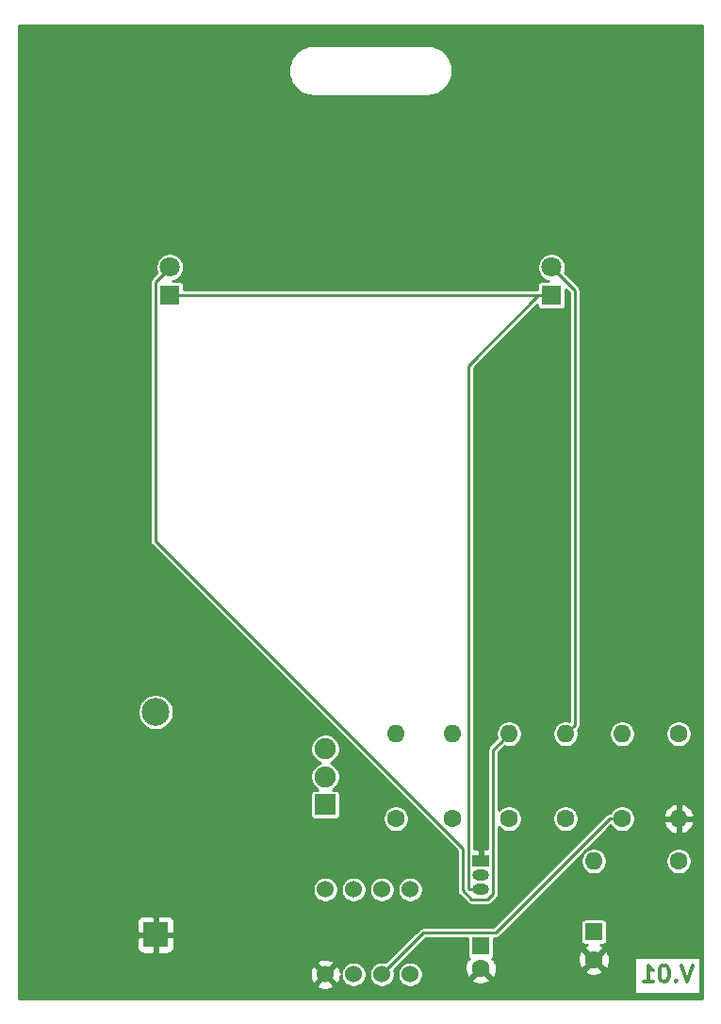
<source format=gbl>
G04 #@! TF.GenerationSoftware,KiCad,Pcbnew,(5.1.5)-3*
G04 #@! TF.CreationDate,2020-05-01T19:17:31-04:00*
G04 #@! TF.ProjectId,555_Badge,3535355f-4261-4646-9765-2e6b69636164,v01*
G04 #@! TF.SameCoordinates,Original*
G04 #@! TF.FileFunction,Copper,L2,Bot*
G04 #@! TF.FilePolarity,Positive*
%FSLAX46Y46*%
G04 Gerber Fmt 4.6, Leading zero omitted, Abs format (unit mm)*
G04 Created by KiCad (PCBNEW (5.1.5)-3) date 2020-05-01 19:17:31*
%MOMM*%
%LPD*%
G04 APERTURE LIST*
%ADD10C,0.300000*%
%ADD11R,2.170000X2.170000*%
%ADD12C,2.500000*%
%ADD13R,1.600000X1.600000*%
%ADD14C,1.600000*%
%ADD15R,1.800000X1.800000*%
%ADD16C,1.800000*%
%ADD17O,1.500000X1.000000*%
%ADD18R,1.500000X1.000000*%
%ADD19O,1.600000X1.600000*%
%ADD20R,1.900000X1.900000*%
%ADD21C,1.900000*%
%ADD22C,1.524000*%
%ADD23C,0.254000*%
G04 APERTURE END LIST*
D10*
X187959714Y-126178571D02*
X187459714Y-127678571D01*
X186959714Y-126178571D01*
X186459714Y-127535714D02*
X186388285Y-127607142D01*
X186459714Y-127678571D01*
X186531142Y-127607142D01*
X186459714Y-127535714D01*
X186459714Y-127678571D01*
X185459714Y-126178571D02*
X185316857Y-126178571D01*
X185174000Y-126250000D01*
X185102571Y-126321428D01*
X185031142Y-126464285D01*
X184959714Y-126750000D01*
X184959714Y-127107142D01*
X185031142Y-127392857D01*
X185102571Y-127535714D01*
X185174000Y-127607142D01*
X185316857Y-127678571D01*
X185459714Y-127678571D01*
X185602571Y-127607142D01*
X185674000Y-127535714D01*
X185745428Y-127392857D01*
X185816857Y-127107142D01*
X185816857Y-126750000D01*
X185745428Y-126464285D01*
X185674000Y-126321428D01*
X185602571Y-126250000D01*
X185459714Y-126178571D01*
X183531142Y-127678571D02*
X184388285Y-127678571D01*
X183959714Y-127678571D02*
X183959714Y-126178571D01*
X184102571Y-126392857D01*
X184245428Y-126535714D01*
X184388285Y-126607142D01*
D11*
X139700000Y-123444000D03*
D12*
X139700000Y-103444000D03*
D13*
X168910000Y-124460000D03*
D14*
X168910000Y-126460000D03*
D13*
X179070000Y-123190000D03*
D14*
X179070000Y-125690000D03*
D15*
X140970000Y-66040000D03*
D16*
X140970000Y-63500000D03*
X175260000Y-63500000D03*
D15*
X175260000Y-66040000D03*
D17*
X168910000Y-118110000D03*
X168910000Y-119380000D03*
D18*
X168910000Y-116840000D03*
D14*
X161290000Y-113030000D03*
D19*
X161290000Y-105410000D03*
X166370000Y-105410000D03*
D14*
X166370000Y-113030000D03*
X181610000Y-113030000D03*
D19*
X181610000Y-105410000D03*
D14*
X186690000Y-105410000D03*
D19*
X186690000Y-113030000D03*
X179070000Y-116840000D03*
D14*
X186690000Y-116840000D03*
D19*
X171450000Y-105410000D03*
D14*
X171450000Y-113030000D03*
X176530000Y-113030000D03*
D19*
X176530000Y-105410000D03*
D20*
X154940000Y-111760000D03*
D21*
X154940000Y-109260000D03*
X154940000Y-106760000D03*
D22*
X162560000Y-119380000D03*
X160020000Y-127000000D03*
X154940000Y-127000000D03*
X157480000Y-127000000D03*
X162560000Y-127000000D03*
X160020000Y-119380000D03*
X157480000Y-119380000D03*
X154940000Y-119380000D03*
D23*
X167778999Y-119252999D02*
X167778999Y-72367001D01*
X167778999Y-72367001D02*
X174106000Y-66040000D01*
X167906000Y-119380000D02*
X167778999Y-119252999D01*
X168910000Y-119380000D02*
X167906000Y-119380000D01*
X174106000Y-66040000D02*
X140970000Y-66040000D01*
X175260000Y-66040000D02*
X174106000Y-66040000D01*
X170650001Y-106209999D02*
X171450000Y-105410000D01*
X170041010Y-106818990D02*
X170650001Y-106209999D01*
X170041010Y-119744926D02*
X170041010Y-106818990D01*
X168068576Y-120261010D02*
X169524926Y-120261010D01*
X169524926Y-120261010D02*
X170041010Y-119744926D01*
X167270990Y-119463424D02*
X168068576Y-120261010D01*
X167270990Y-115678872D02*
X167270990Y-119463424D01*
X139688999Y-88096881D02*
X167270990Y-115678872D01*
X139688999Y-64835199D02*
X139688999Y-88096881D01*
X141024198Y-63500000D02*
X139688999Y-64835199D01*
X140970000Y-63500000D02*
X141024198Y-63500000D01*
X177329999Y-104610001D02*
X176530000Y-105410000D01*
X177329999Y-65569999D02*
X177329999Y-104610001D01*
X175260000Y-63500000D02*
X177329999Y-65569999D01*
X162560000Y-127000000D02*
X162814000Y-127254000D01*
X154940000Y-109260000D02*
X154940000Y-108966000D01*
X157480000Y-119380000D02*
X157734000Y-119380000D01*
X157480000Y-119380000D02*
X157480000Y-119126000D01*
X157480000Y-119380000D02*
X157734000Y-119634000D01*
X180478630Y-113030000D02*
X181610000Y-113030000D01*
X163741001Y-123278999D02*
X170229631Y-123278999D01*
X170229631Y-123278999D02*
X180478630Y-113030000D01*
X160020000Y-127000000D02*
X163741001Y-123278999D01*
X160020000Y-119380000D02*
X160274000Y-119380000D01*
G36*
X188836301Y-129146300D02*
G01*
X127393700Y-129146300D01*
X127393700Y-127965565D01*
X154154040Y-127965565D01*
X154221020Y-128205656D01*
X154470048Y-128322756D01*
X154737135Y-128389023D01*
X155012017Y-128401910D01*
X155284133Y-128360922D01*
X155543023Y-128267636D01*
X155658980Y-128205656D01*
X155725960Y-127965565D01*
X154940000Y-127179605D01*
X154154040Y-127965565D01*
X127393700Y-127965565D01*
X127393700Y-127072017D01*
X153538090Y-127072017D01*
X153579078Y-127344133D01*
X153672364Y-127603023D01*
X153734344Y-127718980D01*
X153974435Y-127785960D01*
X154760395Y-127000000D01*
X155119605Y-127000000D01*
X155905565Y-127785960D01*
X156145656Y-127718980D01*
X156262756Y-127469952D01*
X156329023Y-127202865D01*
X156337000Y-127032714D01*
X156337000Y-127112576D01*
X156380925Y-127333401D01*
X156467087Y-127541413D01*
X156592174Y-127728620D01*
X156751380Y-127887826D01*
X156938587Y-128012913D01*
X157146599Y-128099075D01*
X157367424Y-128143000D01*
X157592576Y-128143000D01*
X157813401Y-128099075D01*
X158021413Y-128012913D01*
X158208620Y-127887826D01*
X158367826Y-127728620D01*
X158492913Y-127541413D01*
X158579075Y-127333401D01*
X158623000Y-127112576D01*
X158623000Y-126887424D01*
X158877000Y-126887424D01*
X158877000Y-127112576D01*
X158920925Y-127333401D01*
X159007087Y-127541413D01*
X159132174Y-127728620D01*
X159291380Y-127887826D01*
X159478587Y-128012913D01*
X159686599Y-128099075D01*
X159907424Y-128143000D01*
X160132576Y-128143000D01*
X160353401Y-128099075D01*
X160561413Y-128012913D01*
X160748620Y-127887826D01*
X160907826Y-127728620D01*
X161032913Y-127541413D01*
X161119075Y-127333401D01*
X161163000Y-127112576D01*
X161163000Y-126887424D01*
X161417000Y-126887424D01*
X161417000Y-127112576D01*
X161460925Y-127333401D01*
X161547087Y-127541413D01*
X161672174Y-127728620D01*
X161831380Y-127887826D01*
X162018587Y-128012913D01*
X162226599Y-128099075D01*
X162447424Y-128143000D01*
X162672576Y-128143000D01*
X162893401Y-128099075D01*
X163101413Y-128012913D01*
X163288620Y-127887826D01*
X163447826Y-127728620D01*
X163572913Y-127541413D01*
X163609658Y-127452702D01*
X168096903Y-127452702D01*
X168168486Y-127696671D01*
X168423996Y-127817571D01*
X168698184Y-127886300D01*
X168980512Y-127900217D01*
X169260130Y-127858787D01*
X169526292Y-127763603D01*
X169651514Y-127696671D01*
X169723097Y-127452702D01*
X168910000Y-126639605D01*
X168096903Y-127452702D01*
X163609658Y-127452702D01*
X163659075Y-127333401D01*
X163703000Y-127112576D01*
X163703000Y-126887424D01*
X163659075Y-126666599D01*
X163572913Y-126458587D01*
X163447826Y-126271380D01*
X163288620Y-126112174D01*
X163101413Y-125987087D01*
X162893401Y-125900925D01*
X162672576Y-125857000D01*
X162447424Y-125857000D01*
X162226599Y-125900925D01*
X162018587Y-125987087D01*
X161831380Y-126112174D01*
X161672174Y-126271380D01*
X161547087Y-126458587D01*
X161460925Y-126666599D01*
X161417000Y-126887424D01*
X161163000Y-126887424D01*
X161119075Y-126666599D01*
X161105235Y-126633186D01*
X163951422Y-123786999D01*
X167727157Y-123786999D01*
X167727157Y-125260000D01*
X167734513Y-125334689D01*
X167756299Y-125406508D01*
X167791678Y-125472696D01*
X167822004Y-125509649D01*
X167801023Y-125530630D01*
X167917296Y-125646903D01*
X167673329Y-125718486D01*
X167552429Y-125973996D01*
X167483700Y-126248184D01*
X167469783Y-126530512D01*
X167511213Y-126810130D01*
X167606397Y-127076292D01*
X167673329Y-127201514D01*
X167917298Y-127273097D01*
X168730395Y-126460000D01*
X168716253Y-126445858D01*
X168895858Y-126266253D01*
X168910000Y-126280395D01*
X168924143Y-126266253D01*
X169103748Y-126445858D01*
X169089605Y-126460000D01*
X169902702Y-127273097D01*
X170146671Y-127201514D01*
X170267571Y-126946004D01*
X170333571Y-126682702D01*
X178256903Y-126682702D01*
X178328486Y-126926671D01*
X178583996Y-127047571D01*
X178858184Y-127116300D01*
X179140512Y-127130217D01*
X179420130Y-127088787D01*
X179686292Y-126993603D01*
X179811514Y-126926671D01*
X179883097Y-126682702D01*
X179070000Y-125869605D01*
X178256903Y-126682702D01*
X170333571Y-126682702D01*
X170336300Y-126671816D01*
X170350217Y-126389488D01*
X170308787Y-126109870D01*
X170213603Y-125843708D01*
X170169135Y-125760512D01*
X177629783Y-125760512D01*
X177671213Y-126040130D01*
X177766397Y-126306292D01*
X177833329Y-126431514D01*
X178077298Y-126503097D01*
X178890395Y-125690000D01*
X179249605Y-125690000D01*
X180062702Y-126503097D01*
X180306671Y-126431514D01*
X180427571Y-126176004D01*
X180496300Y-125901816D01*
X180510217Y-125619488D01*
X180487179Y-125464000D01*
X182714429Y-125464000D01*
X182714429Y-128776000D01*
X188633572Y-128776000D01*
X188633572Y-125464000D01*
X182714429Y-125464000D01*
X180487179Y-125464000D01*
X180468787Y-125339870D01*
X180373603Y-125073708D01*
X180306671Y-124948486D01*
X180062702Y-124876903D01*
X179249605Y-125690000D01*
X178890395Y-125690000D01*
X178077298Y-124876903D01*
X177833329Y-124948486D01*
X177712429Y-125203996D01*
X177643700Y-125478184D01*
X177629783Y-125760512D01*
X170169135Y-125760512D01*
X170146671Y-125718486D01*
X169902704Y-125646903D01*
X170018977Y-125530630D01*
X169997996Y-125509649D01*
X170028322Y-125472696D01*
X170063701Y-125406508D01*
X170085487Y-125334689D01*
X170092843Y-125260000D01*
X170092843Y-123786999D01*
X170204687Y-123786999D01*
X170229631Y-123789456D01*
X170254575Y-123786999D01*
X170254578Y-123786999D01*
X170329216Y-123779648D01*
X170424974Y-123750600D01*
X170513226Y-123703428D01*
X170590579Y-123639947D01*
X170606486Y-123620564D01*
X171837050Y-122390000D01*
X177887157Y-122390000D01*
X177887157Y-123990000D01*
X177894513Y-124064689D01*
X177916299Y-124136508D01*
X177951678Y-124202696D01*
X177999289Y-124260711D01*
X178057304Y-124308322D01*
X178123492Y-124343701D01*
X178195311Y-124365487D01*
X178270000Y-124372843D01*
X178491609Y-124372843D01*
X178453708Y-124386397D01*
X178328486Y-124453329D01*
X178256903Y-124697298D01*
X179070000Y-125510395D01*
X179883097Y-124697298D01*
X179811514Y-124453329D01*
X179641415Y-124372843D01*
X179870000Y-124372843D01*
X179944689Y-124365487D01*
X180016508Y-124343701D01*
X180082696Y-124308322D01*
X180140711Y-124260711D01*
X180188322Y-124202696D01*
X180223701Y-124136508D01*
X180245487Y-124064689D01*
X180252843Y-123990000D01*
X180252843Y-122390000D01*
X180245487Y-122315311D01*
X180223701Y-122243492D01*
X180188322Y-122177304D01*
X180140711Y-122119289D01*
X180082696Y-122071678D01*
X180016508Y-122036299D01*
X179944689Y-122014513D01*
X179870000Y-122007157D01*
X178270000Y-122007157D01*
X178195311Y-122014513D01*
X178123492Y-122036299D01*
X178057304Y-122071678D01*
X177999289Y-122119289D01*
X177951678Y-122177304D01*
X177916299Y-122243492D01*
X177894513Y-122315311D01*
X177887157Y-122390000D01*
X171837050Y-122390000D01*
X177503368Y-116723682D01*
X177889000Y-116723682D01*
X177889000Y-116956318D01*
X177934386Y-117184485D01*
X178023412Y-117399413D01*
X178152658Y-117592843D01*
X178317157Y-117757342D01*
X178510587Y-117886588D01*
X178725515Y-117975614D01*
X178953682Y-118021000D01*
X179186318Y-118021000D01*
X179414485Y-117975614D01*
X179629413Y-117886588D01*
X179822843Y-117757342D01*
X179987342Y-117592843D01*
X180116588Y-117399413D01*
X180205614Y-117184485D01*
X180251000Y-116956318D01*
X180251000Y-116723682D01*
X185509000Y-116723682D01*
X185509000Y-116956318D01*
X185554386Y-117184485D01*
X185643412Y-117399413D01*
X185772658Y-117592843D01*
X185937157Y-117757342D01*
X186130587Y-117886588D01*
X186345515Y-117975614D01*
X186573682Y-118021000D01*
X186806318Y-118021000D01*
X187034485Y-117975614D01*
X187249413Y-117886588D01*
X187442843Y-117757342D01*
X187607342Y-117592843D01*
X187736588Y-117399413D01*
X187825614Y-117184485D01*
X187871000Y-116956318D01*
X187871000Y-116723682D01*
X187825614Y-116495515D01*
X187736588Y-116280587D01*
X187607342Y-116087157D01*
X187442843Y-115922658D01*
X187249413Y-115793412D01*
X187034485Y-115704386D01*
X186806318Y-115659000D01*
X186573682Y-115659000D01*
X186345515Y-115704386D01*
X186130587Y-115793412D01*
X185937157Y-115922658D01*
X185772658Y-116087157D01*
X185643412Y-116280587D01*
X185554386Y-116495515D01*
X185509000Y-116723682D01*
X180251000Y-116723682D01*
X180205614Y-116495515D01*
X180116588Y-116280587D01*
X179987342Y-116087157D01*
X179822843Y-115922658D01*
X179629413Y-115793412D01*
X179414485Y-115704386D01*
X179186318Y-115659000D01*
X178953682Y-115659000D01*
X178725515Y-115704386D01*
X178510587Y-115793412D01*
X178317157Y-115922658D01*
X178152658Y-116087157D01*
X178023412Y-116280587D01*
X177934386Y-116495515D01*
X177889000Y-116723682D01*
X177503368Y-116723682D01*
X180593143Y-113633908D01*
X180692658Y-113782843D01*
X180857157Y-113947342D01*
X181050587Y-114076588D01*
X181265515Y-114165614D01*
X181493682Y-114211000D01*
X181726318Y-114211000D01*
X181954485Y-114165614D01*
X182169413Y-114076588D01*
X182362843Y-113947342D01*
X182527342Y-113782843D01*
X182656588Y-113589413D01*
X182743727Y-113379040D01*
X185298091Y-113379040D01*
X185392930Y-113643881D01*
X185537615Y-113885131D01*
X185726586Y-114093519D01*
X185952580Y-114261037D01*
X186206913Y-114381246D01*
X186340961Y-114421904D01*
X186563000Y-114299915D01*
X186563000Y-113157000D01*
X186817000Y-113157000D01*
X186817000Y-114299915D01*
X187039039Y-114421904D01*
X187173087Y-114381246D01*
X187427420Y-114261037D01*
X187653414Y-114093519D01*
X187842385Y-113885131D01*
X187987070Y-113643881D01*
X188081909Y-113379040D01*
X187960624Y-113157000D01*
X186817000Y-113157000D01*
X186563000Y-113157000D01*
X185419376Y-113157000D01*
X185298091Y-113379040D01*
X182743727Y-113379040D01*
X182745614Y-113374485D01*
X182791000Y-113146318D01*
X182791000Y-112913682D01*
X182745614Y-112685515D01*
X182743728Y-112680960D01*
X185298091Y-112680960D01*
X185419376Y-112903000D01*
X186563000Y-112903000D01*
X186563000Y-111760085D01*
X186817000Y-111760085D01*
X186817000Y-112903000D01*
X187960624Y-112903000D01*
X188081909Y-112680960D01*
X187987070Y-112416119D01*
X187842385Y-112174869D01*
X187653414Y-111966481D01*
X187427420Y-111798963D01*
X187173087Y-111678754D01*
X187039039Y-111638096D01*
X186817000Y-111760085D01*
X186563000Y-111760085D01*
X186340961Y-111638096D01*
X186206913Y-111678754D01*
X185952580Y-111798963D01*
X185726586Y-111966481D01*
X185537615Y-112174869D01*
X185392930Y-112416119D01*
X185298091Y-112680960D01*
X182743728Y-112680960D01*
X182656588Y-112470587D01*
X182527342Y-112277157D01*
X182362843Y-112112658D01*
X182169413Y-111983412D01*
X181954485Y-111894386D01*
X181726318Y-111849000D01*
X181493682Y-111849000D01*
X181265515Y-111894386D01*
X181050587Y-111983412D01*
X180857157Y-112112658D01*
X180692658Y-112277157D01*
X180563412Y-112470587D01*
X180542116Y-112522000D01*
X180503573Y-112522000D01*
X180478629Y-112519543D01*
X180453685Y-112522000D01*
X180453683Y-112522000D01*
X180379045Y-112529351D01*
X180283287Y-112558399D01*
X180283285Y-112558400D01*
X180195034Y-112605571D01*
X180140440Y-112650376D01*
X180117682Y-112669052D01*
X180101780Y-112688429D01*
X170019211Y-122770999D01*
X163765944Y-122770999D01*
X163741000Y-122768542D01*
X163716056Y-122770999D01*
X163716054Y-122770999D01*
X163641416Y-122778350D01*
X163545658Y-122807398D01*
X163504577Y-122829356D01*
X163457405Y-122854570D01*
X163402811Y-122899375D01*
X163380053Y-122918051D01*
X163364151Y-122937428D01*
X160386814Y-125914765D01*
X160353401Y-125900925D01*
X160132576Y-125857000D01*
X159907424Y-125857000D01*
X159686599Y-125900925D01*
X159478587Y-125987087D01*
X159291380Y-126112174D01*
X159132174Y-126271380D01*
X159007087Y-126458587D01*
X158920925Y-126666599D01*
X158877000Y-126887424D01*
X158623000Y-126887424D01*
X158579075Y-126666599D01*
X158492913Y-126458587D01*
X158367826Y-126271380D01*
X158208620Y-126112174D01*
X158021413Y-125987087D01*
X157813401Y-125900925D01*
X157592576Y-125857000D01*
X157367424Y-125857000D01*
X157146599Y-125900925D01*
X156938587Y-125987087D01*
X156751380Y-126112174D01*
X156592174Y-126271380D01*
X156467087Y-126458587D01*
X156380925Y-126666599D01*
X156337000Y-126887424D01*
X156337000Y-126895386D01*
X156300922Y-126655867D01*
X156207636Y-126396977D01*
X156145656Y-126281020D01*
X155905565Y-126214040D01*
X155119605Y-127000000D01*
X154760395Y-127000000D01*
X153974435Y-126214040D01*
X153734344Y-126281020D01*
X153617244Y-126530048D01*
X153550977Y-126797135D01*
X153538090Y-127072017D01*
X127393700Y-127072017D01*
X127393700Y-126034435D01*
X154154040Y-126034435D01*
X154940000Y-126820395D01*
X155725960Y-126034435D01*
X155658980Y-125794344D01*
X155409952Y-125677244D01*
X155142865Y-125610977D01*
X154867983Y-125598090D01*
X154595867Y-125639078D01*
X154336977Y-125732364D01*
X154221020Y-125794344D01*
X154154040Y-126034435D01*
X127393700Y-126034435D01*
X127393700Y-124529000D01*
X137976928Y-124529000D01*
X137989188Y-124653482D01*
X138025498Y-124773180D01*
X138084463Y-124883494D01*
X138163815Y-124980185D01*
X138260506Y-125059537D01*
X138370820Y-125118502D01*
X138490518Y-125154812D01*
X138615000Y-125167072D01*
X139414250Y-125164000D01*
X139573000Y-125005250D01*
X139573000Y-123571000D01*
X139827000Y-123571000D01*
X139827000Y-125005250D01*
X139985750Y-125164000D01*
X140785000Y-125167072D01*
X140909482Y-125154812D01*
X141029180Y-125118502D01*
X141139494Y-125059537D01*
X141236185Y-124980185D01*
X141315537Y-124883494D01*
X141374502Y-124773180D01*
X141410812Y-124653482D01*
X141423072Y-124529000D01*
X141420000Y-123729750D01*
X141261250Y-123571000D01*
X139827000Y-123571000D01*
X139573000Y-123571000D01*
X138138750Y-123571000D01*
X137980000Y-123729750D01*
X137976928Y-124529000D01*
X127393700Y-124529000D01*
X127393700Y-122359000D01*
X137976928Y-122359000D01*
X137980000Y-123158250D01*
X138138750Y-123317000D01*
X139573000Y-123317000D01*
X139573000Y-121882750D01*
X139827000Y-121882750D01*
X139827000Y-123317000D01*
X141261250Y-123317000D01*
X141420000Y-123158250D01*
X141423072Y-122359000D01*
X141410812Y-122234518D01*
X141374502Y-122114820D01*
X141315537Y-122004506D01*
X141236185Y-121907815D01*
X141139494Y-121828463D01*
X141029180Y-121769498D01*
X140909482Y-121733188D01*
X140785000Y-121720928D01*
X139985750Y-121724000D01*
X139827000Y-121882750D01*
X139573000Y-121882750D01*
X139414250Y-121724000D01*
X138615000Y-121720928D01*
X138490518Y-121733188D01*
X138370820Y-121769498D01*
X138260506Y-121828463D01*
X138163815Y-121907815D01*
X138084463Y-122004506D01*
X138025498Y-122114820D01*
X137989188Y-122234518D01*
X137976928Y-122359000D01*
X127393700Y-122359000D01*
X127393700Y-119267424D01*
X153797000Y-119267424D01*
X153797000Y-119492576D01*
X153840925Y-119713401D01*
X153927087Y-119921413D01*
X154052174Y-120108620D01*
X154211380Y-120267826D01*
X154398587Y-120392913D01*
X154606599Y-120479075D01*
X154827424Y-120523000D01*
X155052576Y-120523000D01*
X155273401Y-120479075D01*
X155481413Y-120392913D01*
X155668620Y-120267826D01*
X155827826Y-120108620D01*
X155952913Y-119921413D01*
X156039075Y-119713401D01*
X156083000Y-119492576D01*
X156083000Y-119267424D01*
X156337000Y-119267424D01*
X156337000Y-119492576D01*
X156380925Y-119713401D01*
X156467087Y-119921413D01*
X156592174Y-120108620D01*
X156751380Y-120267826D01*
X156938587Y-120392913D01*
X157146599Y-120479075D01*
X157367424Y-120523000D01*
X157592576Y-120523000D01*
X157813401Y-120479075D01*
X158021413Y-120392913D01*
X158208620Y-120267826D01*
X158367826Y-120108620D01*
X158492913Y-119921413D01*
X158579075Y-119713401D01*
X158623000Y-119492576D01*
X158623000Y-119267424D01*
X158877000Y-119267424D01*
X158877000Y-119492576D01*
X158920925Y-119713401D01*
X159007087Y-119921413D01*
X159132174Y-120108620D01*
X159291380Y-120267826D01*
X159478587Y-120392913D01*
X159686599Y-120479075D01*
X159907424Y-120523000D01*
X160132576Y-120523000D01*
X160353401Y-120479075D01*
X160561413Y-120392913D01*
X160748620Y-120267826D01*
X160907826Y-120108620D01*
X161032913Y-119921413D01*
X161119075Y-119713401D01*
X161163000Y-119492576D01*
X161163000Y-119267424D01*
X161417000Y-119267424D01*
X161417000Y-119492576D01*
X161460925Y-119713401D01*
X161547087Y-119921413D01*
X161672174Y-120108620D01*
X161831380Y-120267826D01*
X162018587Y-120392913D01*
X162226599Y-120479075D01*
X162447424Y-120523000D01*
X162672576Y-120523000D01*
X162893401Y-120479075D01*
X163101413Y-120392913D01*
X163288620Y-120267826D01*
X163447826Y-120108620D01*
X163572913Y-119921413D01*
X163659075Y-119713401D01*
X163703000Y-119492576D01*
X163703000Y-119267424D01*
X163659075Y-119046599D01*
X163572913Y-118838587D01*
X163447826Y-118651380D01*
X163288620Y-118492174D01*
X163101413Y-118367087D01*
X162893401Y-118280925D01*
X162672576Y-118237000D01*
X162447424Y-118237000D01*
X162226599Y-118280925D01*
X162018587Y-118367087D01*
X161831380Y-118492174D01*
X161672174Y-118651380D01*
X161547087Y-118838587D01*
X161460925Y-119046599D01*
X161417000Y-119267424D01*
X161163000Y-119267424D01*
X161119075Y-119046599D01*
X161032913Y-118838587D01*
X160907826Y-118651380D01*
X160748620Y-118492174D01*
X160561413Y-118367087D01*
X160353401Y-118280925D01*
X160132576Y-118237000D01*
X159907424Y-118237000D01*
X159686599Y-118280925D01*
X159478587Y-118367087D01*
X159291380Y-118492174D01*
X159132174Y-118651380D01*
X159007087Y-118838587D01*
X158920925Y-119046599D01*
X158877000Y-119267424D01*
X158623000Y-119267424D01*
X158579075Y-119046599D01*
X158492913Y-118838587D01*
X158367826Y-118651380D01*
X158208620Y-118492174D01*
X158021413Y-118367087D01*
X157813401Y-118280925D01*
X157592576Y-118237000D01*
X157367424Y-118237000D01*
X157146599Y-118280925D01*
X156938587Y-118367087D01*
X156751380Y-118492174D01*
X156592174Y-118651380D01*
X156467087Y-118838587D01*
X156380925Y-119046599D01*
X156337000Y-119267424D01*
X156083000Y-119267424D01*
X156039075Y-119046599D01*
X155952913Y-118838587D01*
X155827826Y-118651380D01*
X155668620Y-118492174D01*
X155481413Y-118367087D01*
X155273401Y-118280925D01*
X155052576Y-118237000D01*
X154827424Y-118237000D01*
X154606599Y-118280925D01*
X154398587Y-118367087D01*
X154211380Y-118492174D01*
X154052174Y-118651380D01*
X153927087Y-118838587D01*
X153840925Y-119046599D01*
X153797000Y-119267424D01*
X127393700Y-119267424D01*
X127393700Y-110810000D01*
X153607157Y-110810000D01*
X153607157Y-112710000D01*
X153614513Y-112784689D01*
X153636299Y-112856508D01*
X153671678Y-112922696D01*
X153719289Y-112980711D01*
X153777304Y-113028322D01*
X153843492Y-113063701D01*
X153915311Y-113085487D01*
X153990000Y-113092843D01*
X155890000Y-113092843D01*
X155964689Y-113085487D01*
X156036508Y-113063701D01*
X156102696Y-113028322D01*
X156160711Y-112980711D01*
X156208322Y-112922696D01*
X156213140Y-112913682D01*
X160109000Y-112913682D01*
X160109000Y-113146318D01*
X160154386Y-113374485D01*
X160243412Y-113589413D01*
X160372658Y-113782843D01*
X160537157Y-113947342D01*
X160730587Y-114076588D01*
X160945515Y-114165614D01*
X161173682Y-114211000D01*
X161406318Y-114211000D01*
X161634485Y-114165614D01*
X161849413Y-114076588D01*
X162042843Y-113947342D01*
X162207342Y-113782843D01*
X162336588Y-113589413D01*
X162425614Y-113374485D01*
X162471000Y-113146318D01*
X162471000Y-112913682D01*
X162425614Y-112685515D01*
X162336588Y-112470587D01*
X162207342Y-112277157D01*
X162042843Y-112112658D01*
X161849413Y-111983412D01*
X161634485Y-111894386D01*
X161406318Y-111849000D01*
X161173682Y-111849000D01*
X160945515Y-111894386D01*
X160730587Y-111983412D01*
X160537157Y-112112658D01*
X160372658Y-112277157D01*
X160243412Y-112470587D01*
X160154386Y-112685515D01*
X160109000Y-112913682D01*
X156213140Y-112913682D01*
X156243701Y-112856508D01*
X156265487Y-112784689D01*
X156272843Y-112710000D01*
X156272843Y-110810000D01*
X156265487Y-110735311D01*
X156243701Y-110663492D01*
X156208322Y-110597304D01*
X156160711Y-110539289D01*
X156102696Y-110491678D01*
X156036508Y-110456299D01*
X155964689Y-110434513D01*
X155890000Y-110427157D01*
X155588963Y-110427157D01*
X155788463Y-110293855D01*
X155973855Y-110108463D01*
X156119517Y-109890465D01*
X156219850Y-109648238D01*
X156271000Y-109391092D01*
X156271000Y-109128908D01*
X156219850Y-108871762D01*
X156119517Y-108629535D01*
X155973855Y-108411537D01*
X155788463Y-108226145D01*
X155570465Y-108080483D01*
X155400303Y-108010000D01*
X155570465Y-107939517D01*
X155788463Y-107793855D01*
X155973855Y-107608463D01*
X156119517Y-107390465D01*
X156219850Y-107148238D01*
X156271000Y-106891092D01*
X156271000Y-106628908D01*
X156219850Y-106371762D01*
X156119517Y-106129535D01*
X155973855Y-105911537D01*
X155788463Y-105726145D01*
X155570465Y-105580483D01*
X155328238Y-105480150D01*
X155071092Y-105429000D01*
X154808908Y-105429000D01*
X154551762Y-105480150D01*
X154309535Y-105580483D01*
X154091537Y-105726145D01*
X153906145Y-105911537D01*
X153760483Y-106129535D01*
X153660150Y-106371762D01*
X153609000Y-106628908D01*
X153609000Y-106891092D01*
X153660150Y-107148238D01*
X153760483Y-107390465D01*
X153906145Y-107608463D01*
X154091537Y-107793855D01*
X154309535Y-107939517D01*
X154479697Y-108010000D01*
X154309535Y-108080483D01*
X154091537Y-108226145D01*
X153906145Y-108411537D01*
X153760483Y-108629535D01*
X153660150Y-108871762D01*
X153609000Y-109128908D01*
X153609000Y-109391092D01*
X153660150Y-109648238D01*
X153760483Y-109890465D01*
X153906145Y-110108463D01*
X154091537Y-110293855D01*
X154291037Y-110427157D01*
X153990000Y-110427157D01*
X153915311Y-110434513D01*
X153843492Y-110456299D01*
X153777304Y-110491678D01*
X153719289Y-110539289D01*
X153671678Y-110597304D01*
X153636299Y-110663492D01*
X153614513Y-110735311D01*
X153607157Y-110810000D01*
X127393700Y-110810000D01*
X127393700Y-103283360D01*
X138069000Y-103283360D01*
X138069000Y-103604640D01*
X138131678Y-103919745D01*
X138254626Y-104216568D01*
X138433119Y-104483702D01*
X138660298Y-104710881D01*
X138927432Y-104889374D01*
X139224255Y-105012322D01*
X139539360Y-105075000D01*
X139860640Y-105075000D01*
X140175745Y-105012322D01*
X140472568Y-104889374D01*
X140739702Y-104710881D01*
X140966881Y-104483702D01*
X141145374Y-104216568D01*
X141268322Y-103919745D01*
X141331000Y-103604640D01*
X141331000Y-103283360D01*
X141268322Y-102968255D01*
X141145374Y-102671432D01*
X140966881Y-102404298D01*
X140739702Y-102177119D01*
X140472568Y-101998626D01*
X140175745Y-101875678D01*
X139860640Y-101813000D01*
X139539360Y-101813000D01*
X139224255Y-101875678D01*
X138927432Y-101998626D01*
X138660298Y-102177119D01*
X138433119Y-102404298D01*
X138254626Y-102671432D01*
X138131678Y-102968255D01*
X138069000Y-103283360D01*
X127393700Y-103283360D01*
X127393700Y-64835199D01*
X139178542Y-64835199D01*
X139180999Y-64860143D01*
X139181000Y-88071927D01*
X139178542Y-88096881D01*
X139188351Y-88196465D01*
X139217399Y-88292224D01*
X139264570Y-88380476D01*
X139312149Y-88438451D01*
X139328052Y-88457829D01*
X139347429Y-88473731D01*
X166762990Y-115889292D01*
X166762991Y-119438470D01*
X166760533Y-119463424D01*
X166767526Y-119534415D01*
X166770342Y-119563009D01*
X166774084Y-119575344D01*
X166799390Y-119658767D01*
X166846561Y-119747019D01*
X166881350Y-119789409D01*
X166910043Y-119824372D01*
X166929420Y-119840274D01*
X167691726Y-120602580D01*
X167707628Y-120621958D01*
X167727005Y-120637860D01*
X167784980Y-120685439D01*
X167832152Y-120710653D01*
X167873233Y-120732611D01*
X167968991Y-120761659D01*
X168043629Y-120769010D01*
X168043632Y-120769010D01*
X168068576Y-120771467D01*
X168093520Y-120769010D01*
X169499982Y-120769010D01*
X169524926Y-120771467D01*
X169549870Y-120769010D01*
X169549873Y-120769010D01*
X169624511Y-120761659D01*
X169720269Y-120732611D01*
X169808521Y-120685439D01*
X169885874Y-120621958D01*
X169901781Y-120602575D01*
X170382580Y-120121777D01*
X170401958Y-120105874D01*
X170434955Y-120065667D01*
X170465439Y-120028522D01*
X170512610Y-119940270D01*
X170512611Y-119940269D01*
X170541659Y-119844511D01*
X170549010Y-119769873D01*
X170549010Y-119769870D01*
X170551467Y-119744926D01*
X170549010Y-119719982D01*
X170549010Y-113799195D01*
X170697157Y-113947342D01*
X170890587Y-114076588D01*
X171105515Y-114165614D01*
X171333682Y-114211000D01*
X171566318Y-114211000D01*
X171794485Y-114165614D01*
X172009413Y-114076588D01*
X172202843Y-113947342D01*
X172367342Y-113782843D01*
X172496588Y-113589413D01*
X172585614Y-113374485D01*
X172631000Y-113146318D01*
X172631000Y-112913682D01*
X175349000Y-112913682D01*
X175349000Y-113146318D01*
X175394386Y-113374485D01*
X175483412Y-113589413D01*
X175612658Y-113782843D01*
X175777157Y-113947342D01*
X175970587Y-114076588D01*
X176185515Y-114165614D01*
X176413682Y-114211000D01*
X176646318Y-114211000D01*
X176874485Y-114165614D01*
X177089413Y-114076588D01*
X177282843Y-113947342D01*
X177447342Y-113782843D01*
X177576588Y-113589413D01*
X177665614Y-113374485D01*
X177711000Y-113146318D01*
X177711000Y-112913682D01*
X177665614Y-112685515D01*
X177576588Y-112470587D01*
X177447342Y-112277157D01*
X177282843Y-112112658D01*
X177089413Y-111983412D01*
X176874485Y-111894386D01*
X176646318Y-111849000D01*
X176413682Y-111849000D01*
X176185515Y-111894386D01*
X175970587Y-111983412D01*
X175777157Y-112112658D01*
X175612658Y-112277157D01*
X175483412Y-112470587D01*
X175394386Y-112685515D01*
X175349000Y-112913682D01*
X172631000Y-112913682D01*
X172585614Y-112685515D01*
X172496588Y-112470587D01*
X172367342Y-112277157D01*
X172202843Y-112112658D01*
X172009413Y-111983412D01*
X171794485Y-111894386D01*
X171566318Y-111849000D01*
X171333682Y-111849000D01*
X171105515Y-111894386D01*
X170890587Y-111983412D01*
X170697157Y-112112658D01*
X170549010Y-112260805D01*
X170549010Y-107029410D01*
X171026851Y-106551570D01*
X171026855Y-106551565D01*
X171054102Y-106524318D01*
X171105515Y-106545614D01*
X171333682Y-106591000D01*
X171566318Y-106591000D01*
X171794485Y-106545614D01*
X172009413Y-106456588D01*
X172202843Y-106327342D01*
X172367342Y-106162843D01*
X172496588Y-105969413D01*
X172585614Y-105754485D01*
X172631000Y-105526318D01*
X172631000Y-105293682D01*
X172585614Y-105065515D01*
X172496588Y-104850587D01*
X172367342Y-104657157D01*
X172202843Y-104492658D01*
X172009413Y-104363412D01*
X171794485Y-104274386D01*
X171566318Y-104229000D01*
X171333682Y-104229000D01*
X171105515Y-104274386D01*
X170890587Y-104363412D01*
X170697157Y-104492658D01*
X170532658Y-104657157D01*
X170403412Y-104850587D01*
X170314386Y-105065515D01*
X170269000Y-105293682D01*
X170269000Y-105526318D01*
X170314386Y-105754485D01*
X170335682Y-105805898D01*
X170308435Y-105833145D01*
X170308430Y-105833149D01*
X169699440Y-106442140D01*
X169680063Y-106458042D01*
X169664161Y-106477419D01*
X169664160Y-106477420D01*
X169616581Y-106535395D01*
X169597579Y-106570946D01*
X169569410Y-106623647D01*
X169540362Y-106719405D01*
X169539484Y-106728316D01*
X169530553Y-106818990D01*
X169533011Y-106843944D01*
X169533010Y-115702768D01*
X169195750Y-115705000D01*
X169037000Y-115863750D01*
X169037000Y-116713000D01*
X169057000Y-116713000D01*
X169057000Y-116967000D01*
X169037000Y-116967000D01*
X169037000Y-116987000D01*
X168783000Y-116987000D01*
X168783000Y-116967000D01*
X168763000Y-116967000D01*
X168763000Y-116713000D01*
X168783000Y-116713000D01*
X168783000Y-115863750D01*
X168624250Y-115705000D01*
X168286999Y-115702768D01*
X168286999Y-72577421D01*
X173977157Y-66887263D01*
X173977157Y-66940000D01*
X173984513Y-67014689D01*
X174006299Y-67086508D01*
X174041678Y-67152696D01*
X174089289Y-67210711D01*
X174147304Y-67258322D01*
X174213492Y-67293701D01*
X174285311Y-67315487D01*
X174360000Y-67322843D01*
X176160000Y-67322843D01*
X176234689Y-67315487D01*
X176306508Y-67293701D01*
X176372696Y-67258322D01*
X176430711Y-67210711D01*
X176478322Y-67152696D01*
X176513701Y-67086508D01*
X176535487Y-67014689D01*
X176542843Y-66940000D01*
X176542843Y-65501263D01*
X176821999Y-65780419D01*
X176822000Y-104263946D01*
X176646318Y-104229000D01*
X176413682Y-104229000D01*
X176185515Y-104274386D01*
X175970587Y-104363412D01*
X175777157Y-104492658D01*
X175612658Y-104657157D01*
X175483412Y-104850587D01*
X175394386Y-105065515D01*
X175349000Y-105293682D01*
X175349000Y-105526318D01*
X175394386Y-105754485D01*
X175483412Y-105969413D01*
X175612658Y-106162843D01*
X175777157Y-106327342D01*
X175970587Y-106456588D01*
X176185515Y-106545614D01*
X176413682Y-106591000D01*
X176646318Y-106591000D01*
X176874485Y-106545614D01*
X177089413Y-106456588D01*
X177282843Y-106327342D01*
X177447342Y-106162843D01*
X177576588Y-105969413D01*
X177665614Y-105754485D01*
X177711000Y-105526318D01*
X177711000Y-105293682D01*
X180429000Y-105293682D01*
X180429000Y-105526318D01*
X180474386Y-105754485D01*
X180563412Y-105969413D01*
X180692658Y-106162843D01*
X180857157Y-106327342D01*
X181050587Y-106456588D01*
X181265515Y-106545614D01*
X181493682Y-106591000D01*
X181726318Y-106591000D01*
X181954485Y-106545614D01*
X182169413Y-106456588D01*
X182362843Y-106327342D01*
X182527342Y-106162843D01*
X182656588Y-105969413D01*
X182745614Y-105754485D01*
X182791000Y-105526318D01*
X182791000Y-105293682D01*
X185509000Y-105293682D01*
X185509000Y-105526318D01*
X185554386Y-105754485D01*
X185643412Y-105969413D01*
X185772658Y-106162843D01*
X185937157Y-106327342D01*
X186130587Y-106456588D01*
X186345515Y-106545614D01*
X186573682Y-106591000D01*
X186806318Y-106591000D01*
X187034485Y-106545614D01*
X187249413Y-106456588D01*
X187442843Y-106327342D01*
X187607342Y-106162843D01*
X187736588Y-105969413D01*
X187825614Y-105754485D01*
X187871000Y-105526318D01*
X187871000Y-105293682D01*
X187825614Y-105065515D01*
X187736588Y-104850587D01*
X187607342Y-104657157D01*
X187442843Y-104492658D01*
X187249413Y-104363412D01*
X187034485Y-104274386D01*
X186806318Y-104229000D01*
X186573682Y-104229000D01*
X186345515Y-104274386D01*
X186130587Y-104363412D01*
X185937157Y-104492658D01*
X185772658Y-104657157D01*
X185643412Y-104850587D01*
X185554386Y-105065515D01*
X185509000Y-105293682D01*
X182791000Y-105293682D01*
X182745614Y-105065515D01*
X182656588Y-104850587D01*
X182527342Y-104657157D01*
X182362843Y-104492658D01*
X182169413Y-104363412D01*
X181954485Y-104274386D01*
X181726318Y-104229000D01*
X181493682Y-104229000D01*
X181265515Y-104274386D01*
X181050587Y-104363412D01*
X180857157Y-104492658D01*
X180692658Y-104657157D01*
X180563412Y-104850587D01*
X180474386Y-105065515D01*
X180429000Y-105293682D01*
X177711000Y-105293682D01*
X177665614Y-105065515D01*
X177644318Y-105014103D01*
X177671569Y-104986851D01*
X177690947Y-104970949D01*
X177741498Y-104909352D01*
X177754428Y-104893597D01*
X177801599Y-104805346D01*
X177801600Y-104805344D01*
X177830648Y-104709586D01*
X177837999Y-104634948D01*
X177837999Y-104634946D01*
X177840456Y-104610002D01*
X177837999Y-104585058D01*
X177837999Y-65594943D01*
X177840456Y-65569999D01*
X177837999Y-65545052D01*
X177830648Y-65470414D01*
X177801600Y-65374656D01*
X177754428Y-65286404D01*
X177690947Y-65209051D01*
X177671564Y-65193144D01*
X176450855Y-63972435D01*
X176491772Y-63873654D01*
X176541000Y-63626167D01*
X176541000Y-63373833D01*
X176491772Y-63126346D01*
X176395207Y-62893219D01*
X176255018Y-62683410D01*
X176076590Y-62504982D01*
X175866781Y-62364793D01*
X175633654Y-62268228D01*
X175386167Y-62219000D01*
X175133833Y-62219000D01*
X174886346Y-62268228D01*
X174653219Y-62364793D01*
X174443410Y-62504982D01*
X174264982Y-62683410D01*
X174124793Y-62893219D01*
X174028228Y-63126346D01*
X173979000Y-63373833D01*
X173979000Y-63626167D01*
X174028228Y-63873654D01*
X174124793Y-64106781D01*
X174264982Y-64316590D01*
X174443410Y-64495018D01*
X174653219Y-64635207D01*
X174886346Y-64731772D01*
X175013966Y-64757157D01*
X174360000Y-64757157D01*
X174285311Y-64764513D01*
X174213492Y-64786299D01*
X174147304Y-64821678D01*
X174089289Y-64869289D01*
X174041678Y-64927304D01*
X174006299Y-64993492D01*
X173984513Y-65065311D01*
X173977157Y-65140000D01*
X173977157Y-65532000D01*
X142252843Y-65532000D01*
X142252843Y-65140000D01*
X142245487Y-65065311D01*
X142223701Y-64993492D01*
X142188322Y-64927304D01*
X142140711Y-64869289D01*
X142082696Y-64821678D01*
X142016508Y-64786299D01*
X141944689Y-64764513D01*
X141870000Y-64757157D01*
X141216034Y-64757157D01*
X141343654Y-64731772D01*
X141576781Y-64635207D01*
X141786590Y-64495018D01*
X141965018Y-64316590D01*
X142105207Y-64106781D01*
X142201772Y-63873654D01*
X142251000Y-63626167D01*
X142251000Y-63373833D01*
X142201772Y-63126346D01*
X142105207Y-62893219D01*
X141965018Y-62683410D01*
X141786590Y-62504982D01*
X141576781Y-62364793D01*
X141343654Y-62268228D01*
X141096167Y-62219000D01*
X140843833Y-62219000D01*
X140596346Y-62268228D01*
X140363219Y-62364793D01*
X140153410Y-62504982D01*
X139974982Y-62683410D01*
X139834793Y-62893219D01*
X139738228Y-63126346D01*
X139689000Y-63373833D01*
X139689000Y-63626167D01*
X139738228Y-63873654D01*
X139795019Y-64010759D01*
X139347434Y-64458344D01*
X139328051Y-64474251D01*
X139264570Y-64551604D01*
X139217398Y-64639857D01*
X139188350Y-64735615D01*
X139180999Y-64810252D01*
X139178542Y-64835199D01*
X127393700Y-64835199D01*
X127393700Y-45824616D01*
X151626966Y-45824616D01*
X151627215Y-45860265D01*
X151626966Y-45895981D01*
X151627503Y-45901452D01*
X151666366Y-46271206D01*
X151673537Y-46306139D01*
X151680227Y-46341211D01*
X151681816Y-46346474D01*
X151791758Y-46701637D01*
X151805583Y-46734527D01*
X151818952Y-46767616D01*
X151821533Y-46772470D01*
X151998365Y-47099515D01*
X152018320Y-47129099D01*
X152037858Y-47158956D01*
X152041332Y-47163216D01*
X152278321Y-47449686D01*
X152303605Y-47474794D01*
X152328606Y-47500324D01*
X152332842Y-47503827D01*
X152620959Y-47738810D01*
X152650645Y-47758534D01*
X152680123Y-47778717D01*
X152684958Y-47781332D01*
X153013230Y-47955877D01*
X153046221Y-47969475D01*
X153079017Y-47983531D01*
X153084269Y-47985157D01*
X153440191Y-48092616D01*
X153475137Y-48099536D01*
X153510099Y-48106967D01*
X153515564Y-48107541D01*
X153515566Y-48107541D01*
X153885582Y-48143821D01*
X153885588Y-48143821D01*
X153904667Y-48145700D01*
X164103333Y-48145700D01*
X164104710Y-48145564D01*
X164113351Y-48145504D01*
X164131133Y-48143635D01*
X164149016Y-48143635D01*
X164154483Y-48143060D01*
X164523957Y-48101617D01*
X164558827Y-48094205D01*
X164593864Y-48087268D01*
X164599115Y-48085642D01*
X164953502Y-47973224D01*
X164986261Y-47959183D01*
X165019290Y-47945570D01*
X165024126Y-47942955D01*
X165349928Y-47763843D01*
X165379341Y-47743704D01*
X165409092Y-47723937D01*
X165413327Y-47720433D01*
X165698135Y-47481451D01*
X165723084Y-47455974D01*
X165748421Y-47430813D01*
X165751895Y-47426553D01*
X165984861Y-47136802D01*
X166004389Y-47106961D01*
X166024354Y-47077361D01*
X166026934Y-47072508D01*
X166199183Y-46743026D01*
X166212549Y-46709944D01*
X166226378Y-46677046D01*
X166227967Y-46671784D01*
X166332939Y-46315118D01*
X166339620Y-46280098D01*
X166346801Y-46245115D01*
X166347337Y-46239644D01*
X166381034Y-45869384D01*
X166380785Y-45833735D01*
X166381034Y-45798019D01*
X166380497Y-45792548D01*
X166341634Y-45422794D01*
X166334466Y-45387874D01*
X166327773Y-45352789D01*
X166326184Y-45347526D01*
X166216242Y-44992362D01*
X166202422Y-44959487D01*
X166189048Y-44926384D01*
X166186467Y-44921530D01*
X166009635Y-44594485D01*
X165989692Y-44564918D01*
X165970142Y-44535043D01*
X165966668Y-44530784D01*
X165729679Y-44244314D01*
X165704378Y-44219189D01*
X165679394Y-44193676D01*
X165675164Y-44190178D01*
X165675158Y-44190172D01*
X165675151Y-44190168D01*
X165387041Y-43955190D01*
X165357373Y-43935478D01*
X165327878Y-43915283D01*
X165323042Y-43912668D01*
X164994770Y-43738123D01*
X164961753Y-43724515D01*
X164928982Y-43710469D01*
X164923731Y-43708843D01*
X164567808Y-43601383D01*
X164532827Y-43594457D01*
X164497901Y-43587033D01*
X164492436Y-43586459D01*
X164492434Y-43586459D01*
X164122418Y-43550179D01*
X164122412Y-43550179D01*
X164103333Y-43548300D01*
X153904667Y-43548300D01*
X153903290Y-43548436D01*
X153894649Y-43548496D01*
X153876867Y-43550365D01*
X153858984Y-43550365D01*
X153853517Y-43550940D01*
X153484043Y-43592383D01*
X153449173Y-43599795D01*
X153414136Y-43606732D01*
X153408885Y-43608358D01*
X153054498Y-43720776D01*
X153021739Y-43734817D01*
X152988710Y-43748430D01*
X152983874Y-43751045D01*
X152658071Y-43930157D01*
X152628625Y-43950319D01*
X152598908Y-43970063D01*
X152594678Y-43973563D01*
X152594672Y-43973567D01*
X152594667Y-43973572D01*
X152309865Y-44212549D01*
X152284916Y-44238026D01*
X152259579Y-44263187D01*
X152256105Y-44267447D01*
X152023139Y-44557198D01*
X152003611Y-44587039D01*
X151983646Y-44616639D01*
X151981065Y-44621493D01*
X151808817Y-44950974D01*
X151795461Y-44984030D01*
X151781622Y-45016953D01*
X151780033Y-45022216D01*
X151675061Y-45378881D01*
X151668385Y-45413878D01*
X151661199Y-45448885D01*
X151660663Y-45454356D01*
X151626966Y-45824616D01*
X127393700Y-45824616D01*
X127393700Y-41795700D01*
X188836300Y-41795700D01*
X188836301Y-129146300D01*
G37*
X188836301Y-129146300D02*
X127393700Y-129146300D01*
X127393700Y-127965565D01*
X154154040Y-127965565D01*
X154221020Y-128205656D01*
X154470048Y-128322756D01*
X154737135Y-128389023D01*
X155012017Y-128401910D01*
X155284133Y-128360922D01*
X155543023Y-128267636D01*
X155658980Y-128205656D01*
X155725960Y-127965565D01*
X154940000Y-127179605D01*
X154154040Y-127965565D01*
X127393700Y-127965565D01*
X127393700Y-127072017D01*
X153538090Y-127072017D01*
X153579078Y-127344133D01*
X153672364Y-127603023D01*
X153734344Y-127718980D01*
X153974435Y-127785960D01*
X154760395Y-127000000D01*
X155119605Y-127000000D01*
X155905565Y-127785960D01*
X156145656Y-127718980D01*
X156262756Y-127469952D01*
X156329023Y-127202865D01*
X156337000Y-127032714D01*
X156337000Y-127112576D01*
X156380925Y-127333401D01*
X156467087Y-127541413D01*
X156592174Y-127728620D01*
X156751380Y-127887826D01*
X156938587Y-128012913D01*
X157146599Y-128099075D01*
X157367424Y-128143000D01*
X157592576Y-128143000D01*
X157813401Y-128099075D01*
X158021413Y-128012913D01*
X158208620Y-127887826D01*
X158367826Y-127728620D01*
X158492913Y-127541413D01*
X158579075Y-127333401D01*
X158623000Y-127112576D01*
X158623000Y-126887424D01*
X158877000Y-126887424D01*
X158877000Y-127112576D01*
X158920925Y-127333401D01*
X159007087Y-127541413D01*
X159132174Y-127728620D01*
X159291380Y-127887826D01*
X159478587Y-128012913D01*
X159686599Y-128099075D01*
X159907424Y-128143000D01*
X160132576Y-128143000D01*
X160353401Y-128099075D01*
X160561413Y-128012913D01*
X160748620Y-127887826D01*
X160907826Y-127728620D01*
X161032913Y-127541413D01*
X161119075Y-127333401D01*
X161163000Y-127112576D01*
X161163000Y-126887424D01*
X161417000Y-126887424D01*
X161417000Y-127112576D01*
X161460925Y-127333401D01*
X161547087Y-127541413D01*
X161672174Y-127728620D01*
X161831380Y-127887826D01*
X162018587Y-128012913D01*
X162226599Y-128099075D01*
X162447424Y-128143000D01*
X162672576Y-128143000D01*
X162893401Y-128099075D01*
X163101413Y-128012913D01*
X163288620Y-127887826D01*
X163447826Y-127728620D01*
X163572913Y-127541413D01*
X163609658Y-127452702D01*
X168096903Y-127452702D01*
X168168486Y-127696671D01*
X168423996Y-127817571D01*
X168698184Y-127886300D01*
X168980512Y-127900217D01*
X169260130Y-127858787D01*
X169526292Y-127763603D01*
X169651514Y-127696671D01*
X169723097Y-127452702D01*
X168910000Y-126639605D01*
X168096903Y-127452702D01*
X163609658Y-127452702D01*
X163659075Y-127333401D01*
X163703000Y-127112576D01*
X163703000Y-126887424D01*
X163659075Y-126666599D01*
X163572913Y-126458587D01*
X163447826Y-126271380D01*
X163288620Y-126112174D01*
X163101413Y-125987087D01*
X162893401Y-125900925D01*
X162672576Y-125857000D01*
X162447424Y-125857000D01*
X162226599Y-125900925D01*
X162018587Y-125987087D01*
X161831380Y-126112174D01*
X161672174Y-126271380D01*
X161547087Y-126458587D01*
X161460925Y-126666599D01*
X161417000Y-126887424D01*
X161163000Y-126887424D01*
X161119075Y-126666599D01*
X161105235Y-126633186D01*
X163951422Y-123786999D01*
X167727157Y-123786999D01*
X167727157Y-125260000D01*
X167734513Y-125334689D01*
X167756299Y-125406508D01*
X167791678Y-125472696D01*
X167822004Y-125509649D01*
X167801023Y-125530630D01*
X167917296Y-125646903D01*
X167673329Y-125718486D01*
X167552429Y-125973996D01*
X167483700Y-126248184D01*
X167469783Y-126530512D01*
X167511213Y-126810130D01*
X167606397Y-127076292D01*
X167673329Y-127201514D01*
X167917298Y-127273097D01*
X168730395Y-126460000D01*
X168716253Y-126445858D01*
X168895858Y-126266253D01*
X168910000Y-126280395D01*
X168924143Y-126266253D01*
X169103748Y-126445858D01*
X169089605Y-126460000D01*
X169902702Y-127273097D01*
X170146671Y-127201514D01*
X170267571Y-126946004D01*
X170333571Y-126682702D01*
X178256903Y-126682702D01*
X178328486Y-126926671D01*
X178583996Y-127047571D01*
X178858184Y-127116300D01*
X179140512Y-127130217D01*
X179420130Y-127088787D01*
X179686292Y-126993603D01*
X179811514Y-126926671D01*
X179883097Y-126682702D01*
X179070000Y-125869605D01*
X178256903Y-126682702D01*
X170333571Y-126682702D01*
X170336300Y-126671816D01*
X170350217Y-126389488D01*
X170308787Y-126109870D01*
X170213603Y-125843708D01*
X170169135Y-125760512D01*
X177629783Y-125760512D01*
X177671213Y-126040130D01*
X177766397Y-126306292D01*
X177833329Y-126431514D01*
X178077298Y-126503097D01*
X178890395Y-125690000D01*
X179249605Y-125690000D01*
X180062702Y-126503097D01*
X180306671Y-126431514D01*
X180427571Y-126176004D01*
X180496300Y-125901816D01*
X180510217Y-125619488D01*
X180487179Y-125464000D01*
X182714429Y-125464000D01*
X182714429Y-128776000D01*
X188633572Y-128776000D01*
X188633572Y-125464000D01*
X182714429Y-125464000D01*
X180487179Y-125464000D01*
X180468787Y-125339870D01*
X180373603Y-125073708D01*
X180306671Y-124948486D01*
X180062702Y-124876903D01*
X179249605Y-125690000D01*
X178890395Y-125690000D01*
X178077298Y-124876903D01*
X177833329Y-124948486D01*
X177712429Y-125203996D01*
X177643700Y-125478184D01*
X177629783Y-125760512D01*
X170169135Y-125760512D01*
X170146671Y-125718486D01*
X169902704Y-125646903D01*
X170018977Y-125530630D01*
X169997996Y-125509649D01*
X170028322Y-125472696D01*
X170063701Y-125406508D01*
X170085487Y-125334689D01*
X170092843Y-125260000D01*
X170092843Y-123786999D01*
X170204687Y-123786999D01*
X170229631Y-123789456D01*
X170254575Y-123786999D01*
X170254578Y-123786999D01*
X170329216Y-123779648D01*
X170424974Y-123750600D01*
X170513226Y-123703428D01*
X170590579Y-123639947D01*
X170606486Y-123620564D01*
X171837050Y-122390000D01*
X177887157Y-122390000D01*
X177887157Y-123990000D01*
X177894513Y-124064689D01*
X177916299Y-124136508D01*
X177951678Y-124202696D01*
X177999289Y-124260711D01*
X178057304Y-124308322D01*
X178123492Y-124343701D01*
X178195311Y-124365487D01*
X178270000Y-124372843D01*
X178491609Y-124372843D01*
X178453708Y-124386397D01*
X178328486Y-124453329D01*
X178256903Y-124697298D01*
X179070000Y-125510395D01*
X179883097Y-124697298D01*
X179811514Y-124453329D01*
X179641415Y-124372843D01*
X179870000Y-124372843D01*
X179944689Y-124365487D01*
X180016508Y-124343701D01*
X180082696Y-124308322D01*
X180140711Y-124260711D01*
X180188322Y-124202696D01*
X180223701Y-124136508D01*
X180245487Y-124064689D01*
X180252843Y-123990000D01*
X180252843Y-122390000D01*
X180245487Y-122315311D01*
X180223701Y-122243492D01*
X180188322Y-122177304D01*
X180140711Y-122119289D01*
X180082696Y-122071678D01*
X180016508Y-122036299D01*
X179944689Y-122014513D01*
X179870000Y-122007157D01*
X178270000Y-122007157D01*
X178195311Y-122014513D01*
X178123492Y-122036299D01*
X178057304Y-122071678D01*
X177999289Y-122119289D01*
X177951678Y-122177304D01*
X177916299Y-122243492D01*
X177894513Y-122315311D01*
X177887157Y-122390000D01*
X171837050Y-122390000D01*
X177503368Y-116723682D01*
X177889000Y-116723682D01*
X177889000Y-116956318D01*
X177934386Y-117184485D01*
X178023412Y-117399413D01*
X178152658Y-117592843D01*
X178317157Y-117757342D01*
X178510587Y-117886588D01*
X178725515Y-117975614D01*
X178953682Y-118021000D01*
X179186318Y-118021000D01*
X179414485Y-117975614D01*
X179629413Y-117886588D01*
X179822843Y-117757342D01*
X179987342Y-117592843D01*
X180116588Y-117399413D01*
X180205614Y-117184485D01*
X180251000Y-116956318D01*
X180251000Y-116723682D01*
X185509000Y-116723682D01*
X185509000Y-116956318D01*
X185554386Y-117184485D01*
X185643412Y-117399413D01*
X185772658Y-117592843D01*
X185937157Y-117757342D01*
X186130587Y-117886588D01*
X186345515Y-117975614D01*
X186573682Y-118021000D01*
X186806318Y-118021000D01*
X187034485Y-117975614D01*
X187249413Y-117886588D01*
X187442843Y-117757342D01*
X187607342Y-117592843D01*
X187736588Y-117399413D01*
X187825614Y-117184485D01*
X187871000Y-116956318D01*
X187871000Y-116723682D01*
X187825614Y-116495515D01*
X187736588Y-116280587D01*
X187607342Y-116087157D01*
X187442843Y-115922658D01*
X187249413Y-115793412D01*
X187034485Y-115704386D01*
X186806318Y-115659000D01*
X186573682Y-115659000D01*
X186345515Y-115704386D01*
X186130587Y-115793412D01*
X185937157Y-115922658D01*
X185772658Y-116087157D01*
X185643412Y-116280587D01*
X185554386Y-116495515D01*
X185509000Y-116723682D01*
X180251000Y-116723682D01*
X180205614Y-116495515D01*
X180116588Y-116280587D01*
X179987342Y-116087157D01*
X179822843Y-115922658D01*
X179629413Y-115793412D01*
X179414485Y-115704386D01*
X179186318Y-115659000D01*
X178953682Y-115659000D01*
X178725515Y-115704386D01*
X178510587Y-115793412D01*
X178317157Y-115922658D01*
X178152658Y-116087157D01*
X178023412Y-116280587D01*
X177934386Y-116495515D01*
X177889000Y-116723682D01*
X177503368Y-116723682D01*
X180593143Y-113633908D01*
X180692658Y-113782843D01*
X180857157Y-113947342D01*
X181050587Y-114076588D01*
X181265515Y-114165614D01*
X181493682Y-114211000D01*
X181726318Y-114211000D01*
X181954485Y-114165614D01*
X182169413Y-114076588D01*
X182362843Y-113947342D01*
X182527342Y-113782843D01*
X182656588Y-113589413D01*
X182743727Y-113379040D01*
X185298091Y-113379040D01*
X185392930Y-113643881D01*
X185537615Y-113885131D01*
X185726586Y-114093519D01*
X185952580Y-114261037D01*
X186206913Y-114381246D01*
X186340961Y-114421904D01*
X186563000Y-114299915D01*
X186563000Y-113157000D01*
X186817000Y-113157000D01*
X186817000Y-114299915D01*
X187039039Y-114421904D01*
X187173087Y-114381246D01*
X187427420Y-114261037D01*
X187653414Y-114093519D01*
X187842385Y-113885131D01*
X187987070Y-113643881D01*
X188081909Y-113379040D01*
X187960624Y-113157000D01*
X186817000Y-113157000D01*
X186563000Y-113157000D01*
X185419376Y-113157000D01*
X185298091Y-113379040D01*
X182743727Y-113379040D01*
X182745614Y-113374485D01*
X182791000Y-113146318D01*
X182791000Y-112913682D01*
X182745614Y-112685515D01*
X182743728Y-112680960D01*
X185298091Y-112680960D01*
X185419376Y-112903000D01*
X186563000Y-112903000D01*
X186563000Y-111760085D01*
X186817000Y-111760085D01*
X186817000Y-112903000D01*
X187960624Y-112903000D01*
X188081909Y-112680960D01*
X187987070Y-112416119D01*
X187842385Y-112174869D01*
X187653414Y-111966481D01*
X187427420Y-111798963D01*
X187173087Y-111678754D01*
X187039039Y-111638096D01*
X186817000Y-111760085D01*
X186563000Y-111760085D01*
X186340961Y-111638096D01*
X186206913Y-111678754D01*
X185952580Y-111798963D01*
X185726586Y-111966481D01*
X185537615Y-112174869D01*
X185392930Y-112416119D01*
X185298091Y-112680960D01*
X182743728Y-112680960D01*
X182656588Y-112470587D01*
X182527342Y-112277157D01*
X182362843Y-112112658D01*
X182169413Y-111983412D01*
X181954485Y-111894386D01*
X181726318Y-111849000D01*
X181493682Y-111849000D01*
X181265515Y-111894386D01*
X181050587Y-111983412D01*
X180857157Y-112112658D01*
X180692658Y-112277157D01*
X180563412Y-112470587D01*
X180542116Y-112522000D01*
X180503573Y-112522000D01*
X180478629Y-112519543D01*
X180453685Y-112522000D01*
X180453683Y-112522000D01*
X180379045Y-112529351D01*
X180283287Y-112558399D01*
X180283285Y-112558400D01*
X180195034Y-112605571D01*
X180140440Y-112650376D01*
X180117682Y-112669052D01*
X180101780Y-112688429D01*
X170019211Y-122770999D01*
X163765944Y-122770999D01*
X163741000Y-122768542D01*
X163716056Y-122770999D01*
X163716054Y-122770999D01*
X163641416Y-122778350D01*
X163545658Y-122807398D01*
X163504577Y-122829356D01*
X163457405Y-122854570D01*
X163402811Y-122899375D01*
X163380053Y-122918051D01*
X163364151Y-122937428D01*
X160386814Y-125914765D01*
X160353401Y-125900925D01*
X160132576Y-125857000D01*
X159907424Y-125857000D01*
X159686599Y-125900925D01*
X159478587Y-125987087D01*
X159291380Y-126112174D01*
X159132174Y-126271380D01*
X159007087Y-126458587D01*
X158920925Y-126666599D01*
X158877000Y-126887424D01*
X158623000Y-126887424D01*
X158579075Y-126666599D01*
X158492913Y-126458587D01*
X158367826Y-126271380D01*
X158208620Y-126112174D01*
X158021413Y-125987087D01*
X157813401Y-125900925D01*
X157592576Y-125857000D01*
X157367424Y-125857000D01*
X157146599Y-125900925D01*
X156938587Y-125987087D01*
X156751380Y-126112174D01*
X156592174Y-126271380D01*
X156467087Y-126458587D01*
X156380925Y-126666599D01*
X156337000Y-126887424D01*
X156337000Y-126895386D01*
X156300922Y-126655867D01*
X156207636Y-126396977D01*
X156145656Y-126281020D01*
X155905565Y-126214040D01*
X155119605Y-127000000D01*
X154760395Y-127000000D01*
X153974435Y-126214040D01*
X153734344Y-126281020D01*
X153617244Y-126530048D01*
X153550977Y-126797135D01*
X153538090Y-127072017D01*
X127393700Y-127072017D01*
X127393700Y-126034435D01*
X154154040Y-126034435D01*
X154940000Y-126820395D01*
X155725960Y-126034435D01*
X155658980Y-125794344D01*
X155409952Y-125677244D01*
X155142865Y-125610977D01*
X154867983Y-125598090D01*
X154595867Y-125639078D01*
X154336977Y-125732364D01*
X154221020Y-125794344D01*
X154154040Y-126034435D01*
X127393700Y-126034435D01*
X127393700Y-124529000D01*
X137976928Y-124529000D01*
X137989188Y-124653482D01*
X138025498Y-124773180D01*
X138084463Y-124883494D01*
X138163815Y-124980185D01*
X138260506Y-125059537D01*
X138370820Y-125118502D01*
X138490518Y-125154812D01*
X138615000Y-125167072D01*
X139414250Y-125164000D01*
X139573000Y-125005250D01*
X139573000Y-123571000D01*
X139827000Y-123571000D01*
X139827000Y-125005250D01*
X139985750Y-125164000D01*
X140785000Y-125167072D01*
X140909482Y-125154812D01*
X141029180Y-125118502D01*
X141139494Y-125059537D01*
X141236185Y-124980185D01*
X141315537Y-124883494D01*
X141374502Y-124773180D01*
X141410812Y-124653482D01*
X141423072Y-124529000D01*
X141420000Y-123729750D01*
X141261250Y-123571000D01*
X139827000Y-123571000D01*
X139573000Y-123571000D01*
X138138750Y-123571000D01*
X137980000Y-123729750D01*
X137976928Y-124529000D01*
X127393700Y-124529000D01*
X127393700Y-122359000D01*
X137976928Y-122359000D01*
X137980000Y-123158250D01*
X138138750Y-123317000D01*
X139573000Y-123317000D01*
X139573000Y-121882750D01*
X139827000Y-121882750D01*
X139827000Y-123317000D01*
X141261250Y-123317000D01*
X141420000Y-123158250D01*
X141423072Y-122359000D01*
X141410812Y-122234518D01*
X141374502Y-122114820D01*
X141315537Y-122004506D01*
X141236185Y-121907815D01*
X141139494Y-121828463D01*
X141029180Y-121769498D01*
X140909482Y-121733188D01*
X140785000Y-121720928D01*
X139985750Y-121724000D01*
X139827000Y-121882750D01*
X139573000Y-121882750D01*
X139414250Y-121724000D01*
X138615000Y-121720928D01*
X138490518Y-121733188D01*
X138370820Y-121769498D01*
X138260506Y-121828463D01*
X138163815Y-121907815D01*
X138084463Y-122004506D01*
X138025498Y-122114820D01*
X137989188Y-122234518D01*
X137976928Y-122359000D01*
X127393700Y-122359000D01*
X127393700Y-119267424D01*
X153797000Y-119267424D01*
X153797000Y-119492576D01*
X153840925Y-119713401D01*
X153927087Y-119921413D01*
X154052174Y-120108620D01*
X154211380Y-120267826D01*
X154398587Y-120392913D01*
X154606599Y-120479075D01*
X154827424Y-120523000D01*
X155052576Y-120523000D01*
X155273401Y-120479075D01*
X155481413Y-120392913D01*
X155668620Y-120267826D01*
X155827826Y-120108620D01*
X155952913Y-119921413D01*
X156039075Y-119713401D01*
X156083000Y-119492576D01*
X156083000Y-119267424D01*
X156337000Y-119267424D01*
X156337000Y-119492576D01*
X156380925Y-119713401D01*
X156467087Y-119921413D01*
X156592174Y-120108620D01*
X156751380Y-120267826D01*
X156938587Y-120392913D01*
X157146599Y-120479075D01*
X157367424Y-120523000D01*
X157592576Y-120523000D01*
X157813401Y-120479075D01*
X158021413Y-120392913D01*
X158208620Y-120267826D01*
X158367826Y-120108620D01*
X158492913Y-119921413D01*
X158579075Y-119713401D01*
X158623000Y-119492576D01*
X158623000Y-119267424D01*
X158877000Y-119267424D01*
X158877000Y-119492576D01*
X158920925Y-119713401D01*
X159007087Y-119921413D01*
X159132174Y-120108620D01*
X159291380Y-120267826D01*
X159478587Y-120392913D01*
X159686599Y-120479075D01*
X159907424Y-120523000D01*
X160132576Y-120523000D01*
X160353401Y-120479075D01*
X160561413Y-120392913D01*
X160748620Y-120267826D01*
X160907826Y-120108620D01*
X161032913Y-119921413D01*
X161119075Y-119713401D01*
X161163000Y-119492576D01*
X161163000Y-119267424D01*
X161417000Y-119267424D01*
X161417000Y-119492576D01*
X161460925Y-119713401D01*
X161547087Y-119921413D01*
X161672174Y-120108620D01*
X161831380Y-120267826D01*
X162018587Y-120392913D01*
X162226599Y-120479075D01*
X162447424Y-120523000D01*
X162672576Y-120523000D01*
X162893401Y-120479075D01*
X163101413Y-120392913D01*
X163288620Y-120267826D01*
X163447826Y-120108620D01*
X163572913Y-119921413D01*
X163659075Y-119713401D01*
X163703000Y-119492576D01*
X163703000Y-119267424D01*
X163659075Y-119046599D01*
X163572913Y-118838587D01*
X163447826Y-118651380D01*
X163288620Y-118492174D01*
X163101413Y-118367087D01*
X162893401Y-118280925D01*
X162672576Y-118237000D01*
X162447424Y-118237000D01*
X162226599Y-118280925D01*
X162018587Y-118367087D01*
X161831380Y-118492174D01*
X161672174Y-118651380D01*
X161547087Y-118838587D01*
X161460925Y-119046599D01*
X161417000Y-119267424D01*
X161163000Y-119267424D01*
X161119075Y-119046599D01*
X161032913Y-118838587D01*
X160907826Y-118651380D01*
X160748620Y-118492174D01*
X160561413Y-118367087D01*
X160353401Y-118280925D01*
X160132576Y-118237000D01*
X159907424Y-118237000D01*
X159686599Y-118280925D01*
X159478587Y-118367087D01*
X159291380Y-118492174D01*
X159132174Y-118651380D01*
X159007087Y-118838587D01*
X158920925Y-119046599D01*
X158877000Y-119267424D01*
X158623000Y-119267424D01*
X158579075Y-119046599D01*
X158492913Y-118838587D01*
X158367826Y-118651380D01*
X158208620Y-118492174D01*
X158021413Y-118367087D01*
X157813401Y-118280925D01*
X157592576Y-118237000D01*
X157367424Y-118237000D01*
X157146599Y-118280925D01*
X156938587Y-118367087D01*
X156751380Y-118492174D01*
X156592174Y-118651380D01*
X156467087Y-118838587D01*
X156380925Y-119046599D01*
X156337000Y-119267424D01*
X156083000Y-119267424D01*
X156039075Y-119046599D01*
X155952913Y-118838587D01*
X155827826Y-118651380D01*
X155668620Y-118492174D01*
X155481413Y-118367087D01*
X155273401Y-118280925D01*
X155052576Y-118237000D01*
X154827424Y-118237000D01*
X154606599Y-118280925D01*
X154398587Y-118367087D01*
X154211380Y-118492174D01*
X154052174Y-118651380D01*
X153927087Y-118838587D01*
X153840925Y-119046599D01*
X153797000Y-119267424D01*
X127393700Y-119267424D01*
X127393700Y-110810000D01*
X153607157Y-110810000D01*
X153607157Y-112710000D01*
X153614513Y-112784689D01*
X153636299Y-112856508D01*
X153671678Y-112922696D01*
X153719289Y-112980711D01*
X153777304Y-113028322D01*
X153843492Y-113063701D01*
X153915311Y-113085487D01*
X153990000Y-113092843D01*
X155890000Y-113092843D01*
X155964689Y-113085487D01*
X156036508Y-113063701D01*
X156102696Y-113028322D01*
X156160711Y-112980711D01*
X156208322Y-112922696D01*
X156213140Y-112913682D01*
X160109000Y-112913682D01*
X160109000Y-113146318D01*
X160154386Y-113374485D01*
X160243412Y-113589413D01*
X160372658Y-113782843D01*
X160537157Y-113947342D01*
X160730587Y-114076588D01*
X160945515Y-114165614D01*
X161173682Y-114211000D01*
X161406318Y-114211000D01*
X161634485Y-114165614D01*
X161849413Y-114076588D01*
X162042843Y-113947342D01*
X162207342Y-113782843D01*
X162336588Y-113589413D01*
X162425614Y-113374485D01*
X162471000Y-113146318D01*
X162471000Y-112913682D01*
X162425614Y-112685515D01*
X162336588Y-112470587D01*
X162207342Y-112277157D01*
X162042843Y-112112658D01*
X161849413Y-111983412D01*
X161634485Y-111894386D01*
X161406318Y-111849000D01*
X161173682Y-111849000D01*
X160945515Y-111894386D01*
X160730587Y-111983412D01*
X160537157Y-112112658D01*
X160372658Y-112277157D01*
X160243412Y-112470587D01*
X160154386Y-112685515D01*
X160109000Y-112913682D01*
X156213140Y-112913682D01*
X156243701Y-112856508D01*
X156265487Y-112784689D01*
X156272843Y-112710000D01*
X156272843Y-110810000D01*
X156265487Y-110735311D01*
X156243701Y-110663492D01*
X156208322Y-110597304D01*
X156160711Y-110539289D01*
X156102696Y-110491678D01*
X156036508Y-110456299D01*
X155964689Y-110434513D01*
X155890000Y-110427157D01*
X155588963Y-110427157D01*
X155788463Y-110293855D01*
X155973855Y-110108463D01*
X156119517Y-109890465D01*
X156219850Y-109648238D01*
X156271000Y-109391092D01*
X156271000Y-109128908D01*
X156219850Y-108871762D01*
X156119517Y-108629535D01*
X155973855Y-108411537D01*
X155788463Y-108226145D01*
X155570465Y-108080483D01*
X155400303Y-108010000D01*
X155570465Y-107939517D01*
X155788463Y-107793855D01*
X155973855Y-107608463D01*
X156119517Y-107390465D01*
X156219850Y-107148238D01*
X156271000Y-106891092D01*
X156271000Y-106628908D01*
X156219850Y-106371762D01*
X156119517Y-106129535D01*
X155973855Y-105911537D01*
X155788463Y-105726145D01*
X155570465Y-105580483D01*
X155328238Y-105480150D01*
X155071092Y-105429000D01*
X154808908Y-105429000D01*
X154551762Y-105480150D01*
X154309535Y-105580483D01*
X154091537Y-105726145D01*
X153906145Y-105911537D01*
X153760483Y-106129535D01*
X153660150Y-106371762D01*
X153609000Y-106628908D01*
X153609000Y-106891092D01*
X153660150Y-107148238D01*
X153760483Y-107390465D01*
X153906145Y-107608463D01*
X154091537Y-107793855D01*
X154309535Y-107939517D01*
X154479697Y-108010000D01*
X154309535Y-108080483D01*
X154091537Y-108226145D01*
X153906145Y-108411537D01*
X153760483Y-108629535D01*
X153660150Y-108871762D01*
X153609000Y-109128908D01*
X153609000Y-109391092D01*
X153660150Y-109648238D01*
X153760483Y-109890465D01*
X153906145Y-110108463D01*
X154091537Y-110293855D01*
X154291037Y-110427157D01*
X153990000Y-110427157D01*
X153915311Y-110434513D01*
X153843492Y-110456299D01*
X153777304Y-110491678D01*
X153719289Y-110539289D01*
X153671678Y-110597304D01*
X153636299Y-110663492D01*
X153614513Y-110735311D01*
X153607157Y-110810000D01*
X127393700Y-110810000D01*
X127393700Y-103283360D01*
X138069000Y-103283360D01*
X138069000Y-103604640D01*
X138131678Y-103919745D01*
X138254626Y-104216568D01*
X138433119Y-104483702D01*
X138660298Y-104710881D01*
X138927432Y-104889374D01*
X139224255Y-105012322D01*
X139539360Y-105075000D01*
X139860640Y-105075000D01*
X140175745Y-105012322D01*
X140472568Y-104889374D01*
X140739702Y-104710881D01*
X140966881Y-104483702D01*
X141145374Y-104216568D01*
X141268322Y-103919745D01*
X141331000Y-103604640D01*
X141331000Y-103283360D01*
X141268322Y-102968255D01*
X141145374Y-102671432D01*
X140966881Y-102404298D01*
X140739702Y-102177119D01*
X140472568Y-101998626D01*
X140175745Y-101875678D01*
X139860640Y-101813000D01*
X139539360Y-101813000D01*
X139224255Y-101875678D01*
X138927432Y-101998626D01*
X138660298Y-102177119D01*
X138433119Y-102404298D01*
X138254626Y-102671432D01*
X138131678Y-102968255D01*
X138069000Y-103283360D01*
X127393700Y-103283360D01*
X127393700Y-64835199D01*
X139178542Y-64835199D01*
X139180999Y-64860143D01*
X139181000Y-88071927D01*
X139178542Y-88096881D01*
X139188351Y-88196465D01*
X139217399Y-88292224D01*
X139264570Y-88380476D01*
X139312149Y-88438451D01*
X139328052Y-88457829D01*
X139347429Y-88473731D01*
X166762990Y-115889292D01*
X166762991Y-119438470D01*
X166760533Y-119463424D01*
X166767526Y-119534415D01*
X166770342Y-119563009D01*
X166774084Y-119575344D01*
X166799390Y-119658767D01*
X166846561Y-119747019D01*
X166881350Y-119789409D01*
X166910043Y-119824372D01*
X166929420Y-119840274D01*
X167691726Y-120602580D01*
X167707628Y-120621958D01*
X167727005Y-120637860D01*
X167784980Y-120685439D01*
X167832152Y-120710653D01*
X167873233Y-120732611D01*
X167968991Y-120761659D01*
X168043629Y-120769010D01*
X168043632Y-120769010D01*
X168068576Y-120771467D01*
X168093520Y-120769010D01*
X169499982Y-120769010D01*
X169524926Y-120771467D01*
X169549870Y-120769010D01*
X169549873Y-120769010D01*
X169624511Y-120761659D01*
X169720269Y-120732611D01*
X169808521Y-120685439D01*
X169885874Y-120621958D01*
X169901781Y-120602575D01*
X170382580Y-120121777D01*
X170401958Y-120105874D01*
X170434955Y-120065667D01*
X170465439Y-120028522D01*
X170512610Y-119940270D01*
X170512611Y-119940269D01*
X170541659Y-119844511D01*
X170549010Y-119769873D01*
X170549010Y-119769870D01*
X170551467Y-119744926D01*
X170549010Y-119719982D01*
X170549010Y-113799195D01*
X170697157Y-113947342D01*
X170890587Y-114076588D01*
X171105515Y-114165614D01*
X171333682Y-114211000D01*
X171566318Y-114211000D01*
X171794485Y-114165614D01*
X172009413Y-114076588D01*
X172202843Y-113947342D01*
X172367342Y-113782843D01*
X172496588Y-113589413D01*
X172585614Y-113374485D01*
X172631000Y-113146318D01*
X172631000Y-112913682D01*
X175349000Y-112913682D01*
X175349000Y-113146318D01*
X175394386Y-113374485D01*
X175483412Y-113589413D01*
X175612658Y-113782843D01*
X175777157Y-113947342D01*
X175970587Y-114076588D01*
X176185515Y-114165614D01*
X176413682Y-114211000D01*
X176646318Y-114211000D01*
X176874485Y-114165614D01*
X177089413Y-114076588D01*
X177282843Y-113947342D01*
X177447342Y-113782843D01*
X177576588Y-113589413D01*
X177665614Y-113374485D01*
X177711000Y-113146318D01*
X177711000Y-112913682D01*
X177665614Y-112685515D01*
X177576588Y-112470587D01*
X177447342Y-112277157D01*
X177282843Y-112112658D01*
X177089413Y-111983412D01*
X176874485Y-111894386D01*
X176646318Y-111849000D01*
X176413682Y-111849000D01*
X176185515Y-111894386D01*
X175970587Y-111983412D01*
X175777157Y-112112658D01*
X175612658Y-112277157D01*
X175483412Y-112470587D01*
X175394386Y-112685515D01*
X175349000Y-112913682D01*
X172631000Y-112913682D01*
X172585614Y-112685515D01*
X172496588Y-112470587D01*
X172367342Y-112277157D01*
X172202843Y-112112658D01*
X172009413Y-111983412D01*
X171794485Y-111894386D01*
X171566318Y-111849000D01*
X171333682Y-111849000D01*
X171105515Y-111894386D01*
X170890587Y-111983412D01*
X170697157Y-112112658D01*
X170549010Y-112260805D01*
X170549010Y-107029410D01*
X171026851Y-106551570D01*
X171026855Y-106551565D01*
X171054102Y-106524318D01*
X171105515Y-106545614D01*
X171333682Y-106591000D01*
X171566318Y-106591000D01*
X171794485Y-106545614D01*
X172009413Y-106456588D01*
X172202843Y-106327342D01*
X172367342Y-106162843D01*
X172496588Y-105969413D01*
X172585614Y-105754485D01*
X172631000Y-105526318D01*
X172631000Y-105293682D01*
X172585614Y-105065515D01*
X172496588Y-104850587D01*
X172367342Y-104657157D01*
X172202843Y-104492658D01*
X172009413Y-104363412D01*
X171794485Y-104274386D01*
X171566318Y-104229000D01*
X171333682Y-104229000D01*
X171105515Y-104274386D01*
X170890587Y-104363412D01*
X170697157Y-104492658D01*
X170532658Y-104657157D01*
X170403412Y-104850587D01*
X170314386Y-105065515D01*
X170269000Y-105293682D01*
X170269000Y-105526318D01*
X170314386Y-105754485D01*
X170335682Y-105805898D01*
X170308435Y-105833145D01*
X170308430Y-105833149D01*
X169699440Y-106442140D01*
X169680063Y-106458042D01*
X169664161Y-106477419D01*
X169664160Y-106477420D01*
X169616581Y-106535395D01*
X169597579Y-106570946D01*
X169569410Y-106623647D01*
X169540362Y-106719405D01*
X169539484Y-106728316D01*
X169530553Y-106818990D01*
X169533011Y-106843944D01*
X169533010Y-115702768D01*
X169195750Y-115705000D01*
X169037000Y-115863750D01*
X169037000Y-116713000D01*
X169057000Y-116713000D01*
X169057000Y-116967000D01*
X169037000Y-116967000D01*
X169037000Y-116987000D01*
X168783000Y-116987000D01*
X168783000Y-116967000D01*
X168763000Y-116967000D01*
X168763000Y-116713000D01*
X168783000Y-116713000D01*
X168783000Y-115863750D01*
X168624250Y-115705000D01*
X168286999Y-115702768D01*
X168286999Y-72577421D01*
X173977157Y-66887263D01*
X173977157Y-66940000D01*
X173984513Y-67014689D01*
X174006299Y-67086508D01*
X174041678Y-67152696D01*
X174089289Y-67210711D01*
X174147304Y-67258322D01*
X174213492Y-67293701D01*
X174285311Y-67315487D01*
X174360000Y-67322843D01*
X176160000Y-67322843D01*
X176234689Y-67315487D01*
X176306508Y-67293701D01*
X176372696Y-67258322D01*
X176430711Y-67210711D01*
X176478322Y-67152696D01*
X176513701Y-67086508D01*
X176535487Y-67014689D01*
X176542843Y-66940000D01*
X176542843Y-65501263D01*
X176821999Y-65780419D01*
X176822000Y-104263946D01*
X176646318Y-104229000D01*
X176413682Y-104229000D01*
X176185515Y-104274386D01*
X175970587Y-104363412D01*
X175777157Y-104492658D01*
X175612658Y-104657157D01*
X175483412Y-104850587D01*
X175394386Y-105065515D01*
X175349000Y-105293682D01*
X175349000Y-105526318D01*
X175394386Y-105754485D01*
X175483412Y-105969413D01*
X175612658Y-106162843D01*
X175777157Y-106327342D01*
X175970587Y-106456588D01*
X176185515Y-106545614D01*
X176413682Y-106591000D01*
X176646318Y-106591000D01*
X176874485Y-106545614D01*
X177089413Y-106456588D01*
X177282843Y-106327342D01*
X177447342Y-106162843D01*
X177576588Y-105969413D01*
X177665614Y-105754485D01*
X177711000Y-105526318D01*
X177711000Y-105293682D01*
X180429000Y-105293682D01*
X180429000Y-105526318D01*
X180474386Y-105754485D01*
X180563412Y-105969413D01*
X180692658Y-106162843D01*
X180857157Y-106327342D01*
X181050587Y-106456588D01*
X181265515Y-106545614D01*
X181493682Y-106591000D01*
X181726318Y-106591000D01*
X181954485Y-106545614D01*
X182169413Y-106456588D01*
X182362843Y-106327342D01*
X182527342Y-106162843D01*
X182656588Y-105969413D01*
X182745614Y-105754485D01*
X182791000Y-105526318D01*
X182791000Y-105293682D01*
X185509000Y-105293682D01*
X185509000Y-105526318D01*
X185554386Y-105754485D01*
X185643412Y-105969413D01*
X185772658Y-106162843D01*
X185937157Y-106327342D01*
X186130587Y-106456588D01*
X186345515Y-106545614D01*
X186573682Y-106591000D01*
X186806318Y-106591000D01*
X187034485Y-106545614D01*
X187249413Y-106456588D01*
X187442843Y-106327342D01*
X187607342Y-106162843D01*
X187736588Y-105969413D01*
X187825614Y-105754485D01*
X187871000Y-105526318D01*
X187871000Y-105293682D01*
X187825614Y-105065515D01*
X187736588Y-104850587D01*
X187607342Y-104657157D01*
X187442843Y-104492658D01*
X187249413Y-104363412D01*
X187034485Y-104274386D01*
X186806318Y-104229000D01*
X186573682Y-104229000D01*
X186345515Y-104274386D01*
X186130587Y-104363412D01*
X185937157Y-104492658D01*
X185772658Y-104657157D01*
X185643412Y-104850587D01*
X185554386Y-105065515D01*
X185509000Y-105293682D01*
X182791000Y-105293682D01*
X182745614Y-105065515D01*
X182656588Y-104850587D01*
X182527342Y-104657157D01*
X182362843Y-104492658D01*
X182169413Y-104363412D01*
X181954485Y-104274386D01*
X181726318Y-104229000D01*
X181493682Y-104229000D01*
X181265515Y-104274386D01*
X181050587Y-104363412D01*
X180857157Y-104492658D01*
X180692658Y-104657157D01*
X180563412Y-104850587D01*
X180474386Y-105065515D01*
X180429000Y-105293682D01*
X177711000Y-105293682D01*
X177665614Y-105065515D01*
X177644318Y-105014103D01*
X177671569Y-104986851D01*
X177690947Y-104970949D01*
X177741498Y-104909352D01*
X177754428Y-104893597D01*
X177801599Y-104805346D01*
X177801600Y-104805344D01*
X177830648Y-104709586D01*
X177837999Y-104634948D01*
X177837999Y-104634946D01*
X177840456Y-104610002D01*
X177837999Y-104585058D01*
X177837999Y-65594943D01*
X177840456Y-65569999D01*
X177837999Y-65545052D01*
X177830648Y-65470414D01*
X177801600Y-65374656D01*
X177754428Y-65286404D01*
X177690947Y-65209051D01*
X177671564Y-65193144D01*
X176450855Y-63972435D01*
X176491772Y-63873654D01*
X176541000Y-63626167D01*
X176541000Y-63373833D01*
X176491772Y-63126346D01*
X176395207Y-62893219D01*
X176255018Y-62683410D01*
X176076590Y-62504982D01*
X175866781Y-62364793D01*
X175633654Y-62268228D01*
X175386167Y-62219000D01*
X175133833Y-62219000D01*
X174886346Y-62268228D01*
X174653219Y-62364793D01*
X174443410Y-62504982D01*
X174264982Y-62683410D01*
X174124793Y-62893219D01*
X174028228Y-63126346D01*
X173979000Y-63373833D01*
X173979000Y-63626167D01*
X174028228Y-63873654D01*
X174124793Y-64106781D01*
X174264982Y-64316590D01*
X174443410Y-64495018D01*
X174653219Y-64635207D01*
X174886346Y-64731772D01*
X175013966Y-64757157D01*
X174360000Y-64757157D01*
X174285311Y-64764513D01*
X174213492Y-64786299D01*
X174147304Y-64821678D01*
X174089289Y-64869289D01*
X174041678Y-64927304D01*
X174006299Y-64993492D01*
X173984513Y-65065311D01*
X173977157Y-65140000D01*
X173977157Y-65532000D01*
X142252843Y-65532000D01*
X142252843Y-65140000D01*
X142245487Y-65065311D01*
X142223701Y-64993492D01*
X142188322Y-64927304D01*
X142140711Y-64869289D01*
X142082696Y-64821678D01*
X142016508Y-64786299D01*
X141944689Y-64764513D01*
X141870000Y-64757157D01*
X141216034Y-64757157D01*
X141343654Y-64731772D01*
X141576781Y-64635207D01*
X141786590Y-64495018D01*
X141965018Y-64316590D01*
X142105207Y-64106781D01*
X142201772Y-63873654D01*
X142251000Y-63626167D01*
X142251000Y-63373833D01*
X142201772Y-63126346D01*
X142105207Y-62893219D01*
X141965018Y-62683410D01*
X141786590Y-62504982D01*
X141576781Y-62364793D01*
X141343654Y-62268228D01*
X141096167Y-62219000D01*
X140843833Y-62219000D01*
X140596346Y-62268228D01*
X140363219Y-62364793D01*
X140153410Y-62504982D01*
X139974982Y-62683410D01*
X139834793Y-62893219D01*
X139738228Y-63126346D01*
X139689000Y-63373833D01*
X139689000Y-63626167D01*
X139738228Y-63873654D01*
X139795019Y-64010759D01*
X139347434Y-64458344D01*
X139328051Y-64474251D01*
X139264570Y-64551604D01*
X139217398Y-64639857D01*
X139188350Y-64735615D01*
X139180999Y-64810252D01*
X139178542Y-64835199D01*
X127393700Y-64835199D01*
X127393700Y-45824616D01*
X151626966Y-45824616D01*
X151627215Y-45860265D01*
X151626966Y-45895981D01*
X151627503Y-45901452D01*
X151666366Y-46271206D01*
X151673537Y-46306139D01*
X151680227Y-46341211D01*
X151681816Y-46346474D01*
X151791758Y-46701637D01*
X151805583Y-46734527D01*
X151818952Y-46767616D01*
X151821533Y-46772470D01*
X151998365Y-47099515D01*
X152018320Y-47129099D01*
X152037858Y-47158956D01*
X152041332Y-47163216D01*
X152278321Y-47449686D01*
X152303605Y-47474794D01*
X152328606Y-47500324D01*
X152332842Y-47503827D01*
X152620959Y-47738810D01*
X152650645Y-47758534D01*
X152680123Y-47778717D01*
X152684958Y-47781332D01*
X153013230Y-47955877D01*
X153046221Y-47969475D01*
X153079017Y-47983531D01*
X153084269Y-47985157D01*
X153440191Y-48092616D01*
X153475137Y-48099536D01*
X153510099Y-48106967D01*
X153515564Y-48107541D01*
X153515566Y-48107541D01*
X153885582Y-48143821D01*
X153885588Y-48143821D01*
X153904667Y-48145700D01*
X164103333Y-48145700D01*
X164104710Y-48145564D01*
X164113351Y-48145504D01*
X164131133Y-48143635D01*
X164149016Y-48143635D01*
X164154483Y-48143060D01*
X164523957Y-48101617D01*
X164558827Y-48094205D01*
X164593864Y-48087268D01*
X164599115Y-48085642D01*
X164953502Y-47973224D01*
X164986261Y-47959183D01*
X165019290Y-47945570D01*
X165024126Y-47942955D01*
X165349928Y-47763843D01*
X165379341Y-47743704D01*
X165409092Y-47723937D01*
X165413327Y-47720433D01*
X165698135Y-47481451D01*
X165723084Y-47455974D01*
X165748421Y-47430813D01*
X165751895Y-47426553D01*
X165984861Y-47136802D01*
X166004389Y-47106961D01*
X166024354Y-47077361D01*
X166026934Y-47072508D01*
X166199183Y-46743026D01*
X166212549Y-46709944D01*
X166226378Y-46677046D01*
X166227967Y-46671784D01*
X166332939Y-46315118D01*
X166339620Y-46280098D01*
X166346801Y-46245115D01*
X166347337Y-46239644D01*
X166381034Y-45869384D01*
X166380785Y-45833735D01*
X166381034Y-45798019D01*
X166380497Y-45792548D01*
X166341634Y-45422794D01*
X166334466Y-45387874D01*
X166327773Y-45352789D01*
X166326184Y-45347526D01*
X166216242Y-44992362D01*
X166202422Y-44959487D01*
X166189048Y-44926384D01*
X166186467Y-44921530D01*
X166009635Y-44594485D01*
X165989692Y-44564918D01*
X165970142Y-44535043D01*
X165966668Y-44530784D01*
X165729679Y-44244314D01*
X165704378Y-44219189D01*
X165679394Y-44193676D01*
X165675164Y-44190178D01*
X165675158Y-44190172D01*
X165675151Y-44190168D01*
X165387041Y-43955190D01*
X165357373Y-43935478D01*
X165327878Y-43915283D01*
X165323042Y-43912668D01*
X164994770Y-43738123D01*
X164961753Y-43724515D01*
X164928982Y-43710469D01*
X164923731Y-43708843D01*
X164567808Y-43601383D01*
X164532827Y-43594457D01*
X164497901Y-43587033D01*
X164492436Y-43586459D01*
X164492434Y-43586459D01*
X164122418Y-43550179D01*
X164122412Y-43550179D01*
X164103333Y-43548300D01*
X153904667Y-43548300D01*
X153903290Y-43548436D01*
X153894649Y-43548496D01*
X153876867Y-43550365D01*
X153858984Y-43550365D01*
X153853517Y-43550940D01*
X153484043Y-43592383D01*
X153449173Y-43599795D01*
X153414136Y-43606732D01*
X153408885Y-43608358D01*
X153054498Y-43720776D01*
X153021739Y-43734817D01*
X152988710Y-43748430D01*
X152983874Y-43751045D01*
X152658071Y-43930157D01*
X152628625Y-43950319D01*
X152598908Y-43970063D01*
X152594678Y-43973563D01*
X152594672Y-43973567D01*
X152594667Y-43973572D01*
X152309865Y-44212549D01*
X152284916Y-44238026D01*
X152259579Y-44263187D01*
X152256105Y-44267447D01*
X152023139Y-44557198D01*
X152003611Y-44587039D01*
X151983646Y-44616639D01*
X151981065Y-44621493D01*
X151808817Y-44950974D01*
X151795461Y-44984030D01*
X151781622Y-45016953D01*
X151780033Y-45022216D01*
X151675061Y-45378881D01*
X151668385Y-45413878D01*
X151661199Y-45448885D01*
X151660663Y-45454356D01*
X151626966Y-45824616D01*
X127393700Y-45824616D01*
X127393700Y-41795700D01*
X188836300Y-41795700D01*
X188836301Y-129146300D01*
G36*
X188836301Y-129146300D02*
G01*
X127393700Y-129146300D01*
X127393700Y-127965565D01*
X154154040Y-127965565D01*
X154221020Y-128205656D01*
X154470048Y-128322756D01*
X154737135Y-128389023D01*
X155012017Y-128401910D01*
X155284133Y-128360922D01*
X155543023Y-128267636D01*
X155658980Y-128205656D01*
X155725960Y-127965565D01*
X154940000Y-127179605D01*
X154154040Y-127965565D01*
X127393700Y-127965565D01*
X127393700Y-127072017D01*
X153538090Y-127072017D01*
X153579078Y-127344133D01*
X153672364Y-127603023D01*
X153734344Y-127718980D01*
X153974435Y-127785960D01*
X154760395Y-127000000D01*
X155119605Y-127000000D01*
X155905565Y-127785960D01*
X156145656Y-127718980D01*
X156262756Y-127469952D01*
X156329023Y-127202865D01*
X156337000Y-127032714D01*
X156337000Y-127112576D01*
X156380925Y-127333401D01*
X156467087Y-127541413D01*
X156592174Y-127728620D01*
X156751380Y-127887826D01*
X156938587Y-128012913D01*
X157146599Y-128099075D01*
X157367424Y-128143000D01*
X157592576Y-128143000D01*
X157813401Y-128099075D01*
X158021413Y-128012913D01*
X158208620Y-127887826D01*
X158367826Y-127728620D01*
X158492913Y-127541413D01*
X158579075Y-127333401D01*
X158623000Y-127112576D01*
X158623000Y-126887424D01*
X158877000Y-126887424D01*
X158877000Y-127112576D01*
X158920925Y-127333401D01*
X159007087Y-127541413D01*
X159132174Y-127728620D01*
X159291380Y-127887826D01*
X159478587Y-128012913D01*
X159686599Y-128099075D01*
X159907424Y-128143000D01*
X160132576Y-128143000D01*
X160353401Y-128099075D01*
X160561413Y-128012913D01*
X160748620Y-127887826D01*
X160907826Y-127728620D01*
X161032913Y-127541413D01*
X161119075Y-127333401D01*
X161163000Y-127112576D01*
X161163000Y-126887424D01*
X161417000Y-126887424D01*
X161417000Y-127112576D01*
X161460925Y-127333401D01*
X161547087Y-127541413D01*
X161672174Y-127728620D01*
X161831380Y-127887826D01*
X162018587Y-128012913D01*
X162226599Y-128099075D01*
X162447424Y-128143000D01*
X162672576Y-128143000D01*
X162893401Y-128099075D01*
X163101413Y-128012913D01*
X163288620Y-127887826D01*
X163447826Y-127728620D01*
X163572913Y-127541413D01*
X163609658Y-127452702D01*
X168096903Y-127452702D01*
X168168486Y-127696671D01*
X168423996Y-127817571D01*
X168698184Y-127886300D01*
X168980512Y-127900217D01*
X169260130Y-127858787D01*
X169526292Y-127763603D01*
X169651514Y-127696671D01*
X169723097Y-127452702D01*
X168910000Y-126639605D01*
X168096903Y-127452702D01*
X163609658Y-127452702D01*
X163659075Y-127333401D01*
X163703000Y-127112576D01*
X163703000Y-126887424D01*
X163659075Y-126666599D01*
X163572913Y-126458587D01*
X163447826Y-126271380D01*
X163288620Y-126112174D01*
X163101413Y-125987087D01*
X162893401Y-125900925D01*
X162672576Y-125857000D01*
X162447424Y-125857000D01*
X162226599Y-125900925D01*
X162018587Y-125987087D01*
X161831380Y-126112174D01*
X161672174Y-126271380D01*
X161547087Y-126458587D01*
X161460925Y-126666599D01*
X161417000Y-126887424D01*
X161163000Y-126887424D01*
X161119075Y-126666599D01*
X161105235Y-126633186D01*
X163951422Y-123786999D01*
X167727157Y-123786999D01*
X167727157Y-125260000D01*
X167734513Y-125334689D01*
X167756299Y-125406508D01*
X167791678Y-125472696D01*
X167822004Y-125509649D01*
X167801023Y-125530630D01*
X167917296Y-125646903D01*
X167673329Y-125718486D01*
X167552429Y-125973996D01*
X167483700Y-126248184D01*
X167469783Y-126530512D01*
X167511213Y-126810130D01*
X167606397Y-127076292D01*
X167673329Y-127201514D01*
X167917298Y-127273097D01*
X168730395Y-126460000D01*
X168716253Y-126445858D01*
X168895858Y-126266253D01*
X168910000Y-126280395D01*
X168924143Y-126266253D01*
X169103748Y-126445858D01*
X169089605Y-126460000D01*
X169902702Y-127273097D01*
X170146671Y-127201514D01*
X170267571Y-126946004D01*
X170333571Y-126682702D01*
X178256903Y-126682702D01*
X178328486Y-126926671D01*
X178583996Y-127047571D01*
X178858184Y-127116300D01*
X179140512Y-127130217D01*
X179420130Y-127088787D01*
X179686292Y-126993603D01*
X179811514Y-126926671D01*
X179883097Y-126682702D01*
X179070000Y-125869605D01*
X178256903Y-126682702D01*
X170333571Y-126682702D01*
X170336300Y-126671816D01*
X170350217Y-126389488D01*
X170308787Y-126109870D01*
X170213603Y-125843708D01*
X170169135Y-125760512D01*
X177629783Y-125760512D01*
X177671213Y-126040130D01*
X177766397Y-126306292D01*
X177833329Y-126431514D01*
X178077298Y-126503097D01*
X178890395Y-125690000D01*
X179249605Y-125690000D01*
X180062702Y-126503097D01*
X180306671Y-126431514D01*
X180427571Y-126176004D01*
X180496300Y-125901816D01*
X180510217Y-125619488D01*
X180487179Y-125464000D01*
X182714429Y-125464000D01*
X182714429Y-128776000D01*
X188633572Y-128776000D01*
X188633572Y-125464000D01*
X182714429Y-125464000D01*
X180487179Y-125464000D01*
X180468787Y-125339870D01*
X180373603Y-125073708D01*
X180306671Y-124948486D01*
X180062702Y-124876903D01*
X179249605Y-125690000D01*
X178890395Y-125690000D01*
X178077298Y-124876903D01*
X177833329Y-124948486D01*
X177712429Y-125203996D01*
X177643700Y-125478184D01*
X177629783Y-125760512D01*
X170169135Y-125760512D01*
X170146671Y-125718486D01*
X169902704Y-125646903D01*
X170018977Y-125530630D01*
X169997996Y-125509649D01*
X170028322Y-125472696D01*
X170063701Y-125406508D01*
X170085487Y-125334689D01*
X170092843Y-125260000D01*
X170092843Y-123786999D01*
X170204687Y-123786999D01*
X170229631Y-123789456D01*
X170254575Y-123786999D01*
X170254578Y-123786999D01*
X170329216Y-123779648D01*
X170424974Y-123750600D01*
X170513226Y-123703428D01*
X170590579Y-123639947D01*
X170606486Y-123620564D01*
X171837050Y-122390000D01*
X177887157Y-122390000D01*
X177887157Y-123990000D01*
X177894513Y-124064689D01*
X177916299Y-124136508D01*
X177951678Y-124202696D01*
X177999289Y-124260711D01*
X178057304Y-124308322D01*
X178123492Y-124343701D01*
X178195311Y-124365487D01*
X178270000Y-124372843D01*
X178491609Y-124372843D01*
X178453708Y-124386397D01*
X178328486Y-124453329D01*
X178256903Y-124697298D01*
X179070000Y-125510395D01*
X179883097Y-124697298D01*
X179811514Y-124453329D01*
X179641415Y-124372843D01*
X179870000Y-124372843D01*
X179944689Y-124365487D01*
X180016508Y-124343701D01*
X180082696Y-124308322D01*
X180140711Y-124260711D01*
X180188322Y-124202696D01*
X180223701Y-124136508D01*
X180245487Y-124064689D01*
X180252843Y-123990000D01*
X180252843Y-122390000D01*
X180245487Y-122315311D01*
X180223701Y-122243492D01*
X180188322Y-122177304D01*
X180140711Y-122119289D01*
X180082696Y-122071678D01*
X180016508Y-122036299D01*
X179944689Y-122014513D01*
X179870000Y-122007157D01*
X178270000Y-122007157D01*
X178195311Y-122014513D01*
X178123492Y-122036299D01*
X178057304Y-122071678D01*
X177999289Y-122119289D01*
X177951678Y-122177304D01*
X177916299Y-122243492D01*
X177894513Y-122315311D01*
X177887157Y-122390000D01*
X171837050Y-122390000D01*
X177503368Y-116723682D01*
X177889000Y-116723682D01*
X177889000Y-116956318D01*
X177934386Y-117184485D01*
X178023412Y-117399413D01*
X178152658Y-117592843D01*
X178317157Y-117757342D01*
X178510587Y-117886588D01*
X178725515Y-117975614D01*
X178953682Y-118021000D01*
X179186318Y-118021000D01*
X179414485Y-117975614D01*
X179629413Y-117886588D01*
X179822843Y-117757342D01*
X179987342Y-117592843D01*
X180116588Y-117399413D01*
X180205614Y-117184485D01*
X180251000Y-116956318D01*
X180251000Y-116723682D01*
X185509000Y-116723682D01*
X185509000Y-116956318D01*
X185554386Y-117184485D01*
X185643412Y-117399413D01*
X185772658Y-117592843D01*
X185937157Y-117757342D01*
X186130587Y-117886588D01*
X186345515Y-117975614D01*
X186573682Y-118021000D01*
X186806318Y-118021000D01*
X187034485Y-117975614D01*
X187249413Y-117886588D01*
X187442843Y-117757342D01*
X187607342Y-117592843D01*
X187736588Y-117399413D01*
X187825614Y-117184485D01*
X187871000Y-116956318D01*
X187871000Y-116723682D01*
X187825614Y-116495515D01*
X187736588Y-116280587D01*
X187607342Y-116087157D01*
X187442843Y-115922658D01*
X187249413Y-115793412D01*
X187034485Y-115704386D01*
X186806318Y-115659000D01*
X186573682Y-115659000D01*
X186345515Y-115704386D01*
X186130587Y-115793412D01*
X185937157Y-115922658D01*
X185772658Y-116087157D01*
X185643412Y-116280587D01*
X185554386Y-116495515D01*
X185509000Y-116723682D01*
X180251000Y-116723682D01*
X180205614Y-116495515D01*
X180116588Y-116280587D01*
X179987342Y-116087157D01*
X179822843Y-115922658D01*
X179629413Y-115793412D01*
X179414485Y-115704386D01*
X179186318Y-115659000D01*
X178953682Y-115659000D01*
X178725515Y-115704386D01*
X178510587Y-115793412D01*
X178317157Y-115922658D01*
X178152658Y-116087157D01*
X178023412Y-116280587D01*
X177934386Y-116495515D01*
X177889000Y-116723682D01*
X177503368Y-116723682D01*
X180593143Y-113633908D01*
X180692658Y-113782843D01*
X180857157Y-113947342D01*
X181050587Y-114076588D01*
X181265515Y-114165614D01*
X181493682Y-114211000D01*
X181726318Y-114211000D01*
X181954485Y-114165614D01*
X182169413Y-114076588D01*
X182362843Y-113947342D01*
X182527342Y-113782843D01*
X182656588Y-113589413D01*
X182743727Y-113379040D01*
X185298091Y-113379040D01*
X185392930Y-113643881D01*
X185537615Y-113885131D01*
X185726586Y-114093519D01*
X185952580Y-114261037D01*
X186206913Y-114381246D01*
X186340961Y-114421904D01*
X186563000Y-114299915D01*
X186563000Y-113157000D01*
X186817000Y-113157000D01*
X186817000Y-114299915D01*
X187039039Y-114421904D01*
X187173087Y-114381246D01*
X187427420Y-114261037D01*
X187653414Y-114093519D01*
X187842385Y-113885131D01*
X187987070Y-113643881D01*
X188081909Y-113379040D01*
X187960624Y-113157000D01*
X186817000Y-113157000D01*
X186563000Y-113157000D01*
X185419376Y-113157000D01*
X185298091Y-113379040D01*
X182743727Y-113379040D01*
X182745614Y-113374485D01*
X182791000Y-113146318D01*
X182791000Y-112913682D01*
X182745614Y-112685515D01*
X182743728Y-112680960D01*
X185298091Y-112680960D01*
X185419376Y-112903000D01*
X186563000Y-112903000D01*
X186563000Y-111760085D01*
X186817000Y-111760085D01*
X186817000Y-112903000D01*
X187960624Y-112903000D01*
X188081909Y-112680960D01*
X187987070Y-112416119D01*
X187842385Y-112174869D01*
X187653414Y-111966481D01*
X187427420Y-111798963D01*
X187173087Y-111678754D01*
X187039039Y-111638096D01*
X186817000Y-111760085D01*
X186563000Y-111760085D01*
X186340961Y-111638096D01*
X186206913Y-111678754D01*
X185952580Y-111798963D01*
X185726586Y-111966481D01*
X185537615Y-112174869D01*
X185392930Y-112416119D01*
X185298091Y-112680960D01*
X182743728Y-112680960D01*
X182656588Y-112470587D01*
X182527342Y-112277157D01*
X182362843Y-112112658D01*
X182169413Y-111983412D01*
X181954485Y-111894386D01*
X181726318Y-111849000D01*
X181493682Y-111849000D01*
X181265515Y-111894386D01*
X181050587Y-111983412D01*
X180857157Y-112112658D01*
X180692658Y-112277157D01*
X180563412Y-112470587D01*
X180542116Y-112522000D01*
X180503573Y-112522000D01*
X180478629Y-112519543D01*
X180453685Y-112522000D01*
X180453683Y-112522000D01*
X180379045Y-112529351D01*
X180283287Y-112558399D01*
X180283285Y-112558400D01*
X180195034Y-112605571D01*
X180140440Y-112650376D01*
X180117682Y-112669052D01*
X180101780Y-112688429D01*
X170019211Y-122770999D01*
X163765944Y-122770999D01*
X163741000Y-122768542D01*
X163716056Y-122770999D01*
X163716054Y-122770999D01*
X163641416Y-122778350D01*
X163545658Y-122807398D01*
X163504577Y-122829356D01*
X163457405Y-122854570D01*
X163402811Y-122899375D01*
X163380053Y-122918051D01*
X163364151Y-122937428D01*
X160386814Y-125914765D01*
X160353401Y-125900925D01*
X160132576Y-125857000D01*
X159907424Y-125857000D01*
X159686599Y-125900925D01*
X159478587Y-125987087D01*
X159291380Y-126112174D01*
X159132174Y-126271380D01*
X159007087Y-126458587D01*
X158920925Y-126666599D01*
X158877000Y-126887424D01*
X158623000Y-126887424D01*
X158579075Y-126666599D01*
X158492913Y-126458587D01*
X158367826Y-126271380D01*
X158208620Y-126112174D01*
X158021413Y-125987087D01*
X157813401Y-125900925D01*
X157592576Y-125857000D01*
X157367424Y-125857000D01*
X157146599Y-125900925D01*
X156938587Y-125987087D01*
X156751380Y-126112174D01*
X156592174Y-126271380D01*
X156467087Y-126458587D01*
X156380925Y-126666599D01*
X156337000Y-126887424D01*
X156337000Y-126895386D01*
X156300922Y-126655867D01*
X156207636Y-126396977D01*
X156145656Y-126281020D01*
X155905565Y-126214040D01*
X155119605Y-127000000D01*
X154760395Y-127000000D01*
X153974435Y-126214040D01*
X153734344Y-126281020D01*
X153617244Y-126530048D01*
X153550977Y-126797135D01*
X153538090Y-127072017D01*
X127393700Y-127072017D01*
X127393700Y-126034435D01*
X154154040Y-126034435D01*
X154940000Y-126820395D01*
X155725960Y-126034435D01*
X155658980Y-125794344D01*
X155409952Y-125677244D01*
X155142865Y-125610977D01*
X154867983Y-125598090D01*
X154595867Y-125639078D01*
X154336977Y-125732364D01*
X154221020Y-125794344D01*
X154154040Y-126034435D01*
X127393700Y-126034435D01*
X127393700Y-124529000D01*
X137976928Y-124529000D01*
X137989188Y-124653482D01*
X138025498Y-124773180D01*
X138084463Y-124883494D01*
X138163815Y-124980185D01*
X138260506Y-125059537D01*
X138370820Y-125118502D01*
X138490518Y-125154812D01*
X138615000Y-125167072D01*
X139414250Y-125164000D01*
X139573000Y-125005250D01*
X139573000Y-123571000D01*
X139827000Y-123571000D01*
X139827000Y-125005250D01*
X139985750Y-125164000D01*
X140785000Y-125167072D01*
X140909482Y-125154812D01*
X141029180Y-125118502D01*
X141139494Y-125059537D01*
X141236185Y-124980185D01*
X141315537Y-124883494D01*
X141374502Y-124773180D01*
X141410812Y-124653482D01*
X141423072Y-124529000D01*
X141420000Y-123729750D01*
X141261250Y-123571000D01*
X139827000Y-123571000D01*
X139573000Y-123571000D01*
X138138750Y-123571000D01*
X137980000Y-123729750D01*
X137976928Y-124529000D01*
X127393700Y-124529000D01*
X127393700Y-122359000D01*
X137976928Y-122359000D01*
X137980000Y-123158250D01*
X138138750Y-123317000D01*
X139573000Y-123317000D01*
X139573000Y-121882750D01*
X139827000Y-121882750D01*
X139827000Y-123317000D01*
X141261250Y-123317000D01*
X141420000Y-123158250D01*
X141423072Y-122359000D01*
X141410812Y-122234518D01*
X141374502Y-122114820D01*
X141315537Y-122004506D01*
X141236185Y-121907815D01*
X141139494Y-121828463D01*
X141029180Y-121769498D01*
X140909482Y-121733188D01*
X140785000Y-121720928D01*
X139985750Y-121724000D01*
X139827000Y-121882750D01*
X139573000Y-121882750D01*
X139414250Y-121724000D01*
X138615000Y-121720928D01*
X138490518Y-121733188D01*
X138370820Y-121769498D01*
X138260506Y-121828463D01*
X138163815Y-121907815D01*
X138084463Y-122004506D01*
X138025498Y-122114820D01*
X137989188Y-122234518D01*
X137976928Y-122359000D01*
X127393700Y-122359000D01*
X127393700Y-119267424D01*
X153797000Y-119267424D01*
X153797000Y-119492576D01*
X153840925Y-119713401D01*
X153927087Y-119921413D01*
X154052174Y-120108620D01*
X154211380Y-120267826D01*
X154398587Y-120392913D01*
X154606599Y-120479075D01*
X154827424Y-120523000D01*
X155052576Y-120523000D01*
X155273401Y-120479075D01*
X155481413Y-120392913D01*
X155668620Y-120267826D01*
X155827826Y-120108620D01*
X155952913Y-119921413D01*
X156039075Y-119713401D01*
X156083000Y-119492576D01*
X156083000Y-119267424D01*
X156337000Y-119267424D01*
X156337000Y-119492576D01*
X156380925Y-119713401D01*
X156467087Y-119921413D01*
X156592174Y-120108620D01*
X156751380Y-120267826D01*
X156938587Y-120392913D01*
X157146599Y-120479075D01*
X157367424Y-120523000D01*
X157592576Y-120523000D01*
X157813401Y-120479075D01*
X158021413Y-120392913D01*
X158208620Y-120267826D01*
X158367826Y-120108620D01*
X158492913Y-119921413D01*
X158579075Y-119713401D01*
X158623000Y-119492576D01*
X158623000Y-119267424D01*
X158877000Y-119267424D01*
X158877000Y-119492576D01*
X158920925Y-119713401D01*
X159007087Y-119921413D01*
X159132174Y-120108620D01*
X159291380Y-120267826D01*
X159478587Y-120392913D01*
X159686599Y-120479075D01*
X159907424Y-120523000D01*
X160132576Y-120523000D01*
X160353401Y-120479075D01*
X160561413Y-120392913D01*
X160748620Y-120267826D01*
X160907826Y-120108620D01*
X161032913Y-119921413D01*
X161119075Y-119713401D01*
X161163000Y-119492576D01*
X161163000Y-119267424D01*
X161417000Y-119267424D01*
X161417000Y-119492576D01*
X161460925Y-119713401D01*
X161547087Y-119921413D01*
X161672174Y-120108620D01*
X161831380Y-120267826D01*
X162018587Y-120392913D01*
X162226599Y-120479075D01*
X162447424Y-120523000D01*
X162672576Y-120523000D01*
X162893401Y-120479075D01*
X163101413Y-120392913D01*
X163288620Y-120267826D01*
X163447826Y-120108620D01*
X163572913Y-119921413D01*
X163659075Y-119713401D01*
X163703000Y-119492576D01*
X163703000Y-119267424D01*
X163659075Y-119046599D01*
X163572913Y-118838587D01*
X163447826Y-118651380D01*
X163288620Y-118492174D01*
X163101413Y-118367087D01*
X162893401Y-118280925D01*
X162672576Y-118237000D01*
X162447424Y-118237000D01*
X162226599Y-118280925D01*
X162018587Y-118367087D01*
X161831380Y-118492174D01*
X161672174Y-118651380D01*
X161547087Y-118838587D01*
X161460925Y-119046599D01*
X161417000Y-119267424D01*
X161163000Y-119267424D01*
X161119075Y-119046599D01*
X161032913Y-118838587D01*
X160907826Y-118651380D01*
X160748620Y-118492174D01*
X160561413Y-118367087D01*
X160353401Y-118280925D01*
X160132576Y-118237000D01*
X159907424Y-118237000D01*
X159686599Y-118280925D01*
X159478587Y-118367087D01*
X159291380Y-118492174D01*
X159132174Y-118651380D01*
X159007087Y-118838587D01*
X158920925Y-119046599D01*
X158877000Y-119267424D01*
X158623000Y-119267424D01*
X158579075Y-119046599D01*
X158492913Y-118838587D01*
X158367826Y-118651380D01*
X158208620Y-118492174D01*
X158021413Y-118367087D01*
X157813401Y-118280925D01*
X157592576Y-118237000D01*
X157367424Y-118237000D01*
X157146599Y-118280925D01*
X156938587Y-118367087D01*
X156751380Y-118492174D01*
X156592174Y-118651380D01*
X156467087Y-118838587D01*
X156380925Y-119046599D01*
X156337000Y-119267424D01*
X156083000Y-119267424D01*
X156039075Y-119046599D01*
X155952913Y-118838587D01*
X155827826Y-118651380D01*
X155668620Y-118492174D01*
X155481413Y-118367087D01*
X155273401Y-118280925D01*
X155052576Y-118237000D01*
X154827424Y-118237000D01*
X154606599Y-118280925D01*
X154398587Y-118367087D01*
X154211380Y-118492174D01*
X154052174Y-118651380D01*
X153927087Y-118838587D01*
X153840925Y-119046599D01*
X153797000Y-119267424D01*
X127393700Y-119267424D01*
X127393700Y-110810000D01*
X153607157Y-110810000D01*
X153607157Y-112710000D01*
X153614513Y-112784689D01*
X153636299Y-112856508D01*
X153671678Y-112922696D01*
X153719289Y-112980711D01*
X153777304Y-113028322D01*
X153843492Y-113063701D01*
X153915311Y-113085487D01*
X153990000Y-113092843D01*
X155890000Y-113092843D01*
X155964689Y-113085487D01*
X156036508Y-113063701D01*
X156102696Y-113028322D01*
X156160711Y-112980711D01*
X156208322Y-112922696D01*
X156213140Y-112913682D01*
X160109000Y-112913682D01*
X160109000Y-113146318D01*
X160154386Y-113374485D01*
X160243412Y-113589413D01*
X160372658Y-113782843D01*
X160537157Y-113947342D01*
X160730587Y-114076588D01*
X160945515Y-114165614D01*
X161173682Y-114211000D01*
X161406318Y-114211000D01*
X161634485Y-114165614D01*
X161849413Y-114076588D01*
X162042843Y-113947342D01*
X162207342Y-113782843D01*
X162336588Y-113589413D01*
X162425614Y-113374485D01*
X162471000Y-113146318D01*
X162471000Y-112913682D01*
X162425614Y-112685515D01*
X162336588Y-112470587D01*
X162207342Y-112277157D01*
X162042843Y-112112658D01*
X161849413Y-111983412D01*
X161634485Y-111894386D01*
X161406318Y-111849000D01*
X161173682Y-111849000D01*
X160945515Y-111894386D01*
X160730587Y-111983412D01*
X160537157Y-112112658D01*
X160372658Y-112277157D01*
X160243412Y-112470587D01*
X160154386Y-112685515D01*
X160109000Y-112913682D01*
X156213140Y-112913682D01*
X156243701Y-112856508D01*
X156265487Y-112784689D01*
X156272843Y-112710000D01*
X156272843Y-110810000D01*
X156265487Y-110735311D01*
X156243701Y-110663492D01*
X156208322Y-110597304D01*
X156160711Y-110539289D01*
X156102696Y-110491678D01*
X156036508Y-110456299D01*
X155964689Y-110434513D01*
X155890000Y-110427157D01*
X155588963Y-110427157D01*
X155788463Y-110293855D01*
X155973855Y-110108463D01*
X156119517Y-109890465D01*
X156219850Y-109648238D01*
X156271000Y-109391092D01*
X156271000Y-109128908D01*
X156219850Y-108871762D01*
X156119517Y-108629535D01*
X155973855Y-108411537D01*
X155788463Y-108226145D01*
X155570465Y-108080483D01*
X155400303Y-108010000D01*
X155570465Y-107939517D01*
X155788463Y-107793855D01*
X155973855Y-107608463D01*
X156119517Y-107390465D01*
X156219850Y-107148238D01*
X156271000Y-106891092D01*
X156271000Y-106628908D01*
X156219850Y-106371762D01*
X156119517Y-106129535D01*
X155973855Y-105911537D01*
X155788463Y-105726145D01*
X155570465Y-105580483D01*
X155328238Y-105480150D01*
X155071092Y-105429000D01*
X154808908Y-105429000D01*
X154551762Y-105480150D01*
X154309535Y-105580483D01*
X154091537Y-105726145D01*
X153906145Y-105911537D01*
X153760483Y-106129535D01*
X153660150Y-106371762D01*
X153609000Y-106628908D01*
X153609000Y-106891092D01*
X153660150Y-107148238D01*
X153760483Y-107390465D01*
X153906145Y-107608463D01*
X154091537Y-107793855D01*
X154309535Y-107939517D01*
X154479697Y-108010000D01*
X154309535Y-108080483D01*
X154091537Y-108226145D01*
X153906145Y-108411537D01*
X153760483Y-108629535D01*
X153660150Y-108871762D01*
X153609000Y-109128908D01*
X153609000Y-109391092D01*
X153660150Y-109648238D01*
X153760483Y-109890465D01*
X153906145Y-110108463D01*
X154091537Y-110293855D01*
X154291037Y-110427157D01*
X153990000Y-110427157D01*
X153915311Y-110434513D01*
X153843492Y-110456299D01*
X153777304Y-110491678D01*
X153719289Y-110539289D01*
X153671678Y-110597304D01*
X153636299Y-110663492D01*
X153614513Y-110735311D01*
X153607157Y-110810000D01*
X127393700Y-110810000D01*
X127393700Y-103283360D01*
X138069000Y-103283360D01*
X138069000Y-103604640D01*
X138131678Y-103919745D01*
X138254626Y-104216568D01*
X138433119Y-104483702D01*
X138660298Y-104710881D01*
X138927432Y-104889374D01*
X139224255Y-105012322D01*
X139539360Y-105075000D01*
X139860640Y-105075000D01*
X140175745Y-105012322D01*
X140472568Y-104889374D01*
X140739702Y-104710881D01*
X140966881Y-104483702D01*
X141145374Y-104216568D01*
X141268322Y-103919745D01*
X141331000Y-103604640D01*
X141331000Y-103283360D01*
X141268322Y-102968255D01*
X141145374Y-102671432D01*
X140966881Y-102404298D01*
X140739702Y-102177119D01*
X140472568Y-101998626D01*
X140175745Y-101875678D01*
X139860640Y-101813000D01*
X139539360Y-101813000D01*
X139224255Y-101875678D01*
X138927432Y-101998626D01*
X138660298Y-102177119D01*
X138433119Y-102404298D01*
X138254626Y-102671432D01*
X138131678Y-102968255D01*
X138069000Y-103283360D01*
X127393700Y-103283360D01*
X127393700Y-64835199D01*
X139178542Y-64835199D01*
X139180999Y-64860143D01*
X139181000Y-88071927D01*
X139178542Y-88096881D01*
X139188351Y-88196465D01*
X139217399Y-88292224D01*
X139264570Y-88380476D01*
X139312149Y-88438451D01*
X139328052Y-88457829D01*
X139347429Y-88473731D01*
X166762990Y-115889292D01*
X166762991Y-119438470D01*
X166760533Y-119463424D01*
X166767526Y-119534415D01*
X166770342Y-119563009D01*
X166774084Y-119575344D01*
X166799390Y-119658767D01*
X166846561Y-119747019D01*
X166881350Y-119789409D01*
X166910043Y-119824372D01*
X166929420Y-119840274D01*
X167691726Y-120602580D01*
X167707628Y-120621958D01*
X167727005Y-120637860D01*
X167784980Y-120685439D01*
X167832152Y-120710653D01*
X167873233Y-120732611D01*
X167968991Y-120761659D01*
X168043629Y-120769010D01*
X168043632Y-120769010D01*
X168068576Y-120771467D01*
X168093520Y-120769010D01*
X169499982Y-120769010D01*
X169524926Y-120771467D01*
X169549870Y-120769010D01*
X169549873Y-120769010D01*
X169624511Y-120761659D01*
X169720269Y-120732611D01*
X169808521Y-120685439D01*
X169885874Y-120621958D01*
X169901781Y-120602575D01*
X170382580Y-120121777D01*
X170401958Y-120105874D01*
X170434955Y-120065667D01*
X170465439Y-120028522D01*
X170512610Y-119940270D01*
X170512611Y-119940269D01*
X170541659Y-119844511D01*
X170549010Y-119769873D01*
X170549010Y-119769870D01*
X170551467Y-119744926D01*
X170549010Y-119719982D01*
X170549010Y-113799195D01*
X170697157Y-113947342D01*
X170890587Y-114076588D01*
X171105515Y-114165614D01*
X171333682Y-114211000D01*
X171566318Y-114211000D01*
X171794485Y-114165614D01*
X172009413Y-114076588D01*
X172202843Y-113947342D01*
X172367342Y-113782843D01*
X172496588Y-113589413D01*
X172585614Y-113374485D01*
X172631000Y-113146318D01*
X172631000Y-112913682D01*
X175349000Y-112913682D01*
X175349000Y-113146318D01*
X175394386Y-113374485D01*
X175483412Y-113589413D01*
X175612658Y-113782843D01*
X175777157Y-113947342D01*
X175970587Y-114076588D01*
X176185515Y-114165614D01*
X176413682Y-114211000D01*
X176646318Y-114211000D01*
X176874485Y-114165614D01*
X177089413Y-114076588D01*
X177282843Y-113947342D01*
X177447342Y-113782843D01*
X177576588Y-113589413D01*
X177665614Y-113374485D01*
X177711000Y-113146318D01*
X177711000Y-112913682D01*
X177665614Y-112685515D01*
X177576588Y-112470587D01*
X177447342Y-112277157D01*
X177282843Y-112112658D01*
X177089413Y-111983412D01*
X176874485Y-111894386D01*
X176646318Y-111849000D01*
X176413682Y-111849000D01*
X176185515Y-111894386D01*
X175970587Y-111983412D01*
X175777157Y-112112658D01*
X175612658Y-112277157D01*
X175483412Y-112470587D01*
X175394386Y-112685515D01*
X175349000Y-112913682D01*
X172631000Y-112913682D01*
X172585614Y-112685515D01*
X172496588Y-112470587D01*
X172367342Y-112277157D01*
X172202843Y-112112658D01*
X172009413Y-111983412D01*
X171794485Y-111894386D01*
X171566318Y-111849000D01*
X171333682Y-111849000D01*
X171105515Y-111894386D01*
X170890587Y-111983412D01*
X170697157Y-112112658D01*
X170549010Y-112260805D01*
X170549010Y-107029410D01*
X171026851Y-106551570D01*
X171026855Y-106551565D01*
X171054102Y-106524318D01*
X171105515Y-106545614D01*
X171333682Y-106591000D01*
X171566318Y-106591000D01*
X171794485Y-106545614D01*
X172009413Y-106456588D01*
X172202843Y-106327342D01*
X172367342Y-106162843D01*
X172496588Y-105969413D01*
X172585614Y-105754485D01*
X172631000Y-105526318D01*
X172631000Y-105293682D01*
X172585614Y-105065515D01*
X172496588Y-104850587D01*
X172367342Y-104657157D01*
X172202843Y-104492658D01*
X172009413Y-104363412D01*
X171794485Y-104274386D01*
X171566318Y-104229000D01*
X171333682Y-104229000D01*
X171105515Y-104274386D01*
X170890587Y-104363412D01*
X170697157Y-104492658D01*
X170532658Y-104657157D01*
X170403412Y-104850587D01*
X170314386Y-105065515D01*
X170269000Y-105293682D01*
X170269000Y-105526318D01*
X170314386Y-105754485D01*
X170335682Y-105805898D01*
X170308435Y-105833145D01*
X170308430Y-105833149D01*
X169699440Y-106442140D01*
X169680063Y-106458042D01*
X169664161Y-106477419D01*
X169664160Y-106477420D01*
X169616581Y-106535395D01*
X169597579Y-106570946D01*
X169569410Y-106623647D01*
X169540362Y-106719405D01*
X169539484Y-106728316D01*
X169530553Y-106818990D01*
X169533011Y-106843944D01*
X169533010Y-115702768D01*
X169195750Y-115705000D01*
X169037000Y-115863750D01*
X169037000Y-116713000D01*
X169057000Y-116713000D01*
X169057000Y-116967000D01*
X169037000Y-116967000D01*
X169037000Y-116987000D01*
X168783000Y-116987000D01*
X168783000Y-116967000D01*
X168763000Y-116967000D01*
X168763000Y-116713000D01*
X168783000Y-116713000D01*
X168783000Y-115863750D01*
X168624250Y-115705000D01*
X168286999Y-115702768D01*
X168286999Y-72577421D01*
X173977157Y-66887263D01*
X173977157Y-66940000D01*
X173984513Y-67014689D01*
X174006299Y-67086508D01*
X174041678Y-67152696D01*
X174089289Y-67210711D01*
X174147304Y-67258322D01*
X174213492Y-67293701D01*
X174285311Y-67315487D01*
X174360000Y-67322843D01*
X176160000Y-67322843D01*
X176234689Y-67315487D01*
X176306508Y-67293701D01*
X176372696Y-67258322D01*
X176430711Y-67210711D01*
X176478322Y-67152696D01*
X176513701Y-67086508D01*
X176535487Y-67014689D01*
X176542843Y-66940000D01*
X176542843Y-65501263D01*
X176821999Y-65780419D01*
X176822000Y-104263946D01*
X176646318Y-104229000D01*
X176413682Y-104229000D01*
X176185515Y-104274386D01*
X175970587Y-104363412D01*
X175777157Y-104492658D01*
X175612658Y-104657157D01*
X175483412Y-104850587D01*
X175394386Y-105065515D01*
X175349000Y-105293682D01*
X175349000Y-105526318D01*
X175394386Y-105754485D01*
X175483412Y-105969413D01*
X175612658Y-106162843D01*
X175777157Y-106327342D01*
X175970587Y-106456588D01*
X176185515Y-106545614D01*
X176413682Y-106591000D01*
X176646318Y-106591000D01*
X176874485Y-106545614D01*
X177089413Y-106456588D01*
X177282843Y-106327342D01*
X177447342Y-106162843D01*
X177576588Y-105969413D01*
X177665614Y-105754485D01*
X177711000Y-105526318D01*
X177711000Y-105293682D01*
X180429000Y-105293682D01*
X180429000Y-105526318D01*
X180474386Y-105754485D01*
X180563412Y-105969413D01*
X180692658Y-106162843D01*
X180857157Y-106327342D01*
X181050587Y-106456588D01*
X181265515Y-106545614D01*
X181493682Y-106591000D01*
X181726318Y-106591000D01*
X181954485Y-106545614D01*
X182169413Y-106456588D01*
X182362843Y-106327342D01*
X182527342Y-106162843D01*
X182656588Y-105969413D01*
X182745614Y-105754485D01*
X182791000Y-105526318D01*
X182791000Y-105293682D01*
X185509000Y-105293682D01*
X185509000Y-105526318D01*
X185554386Y-105754485D01*
X185643412Y-105969413D01*
X185772658Y-106162843D01*
X185937157Y-106327342D01*
X186130587Y-106456588D01*
X186345515Y-106545614D01*
X186573682Y-106591000D01*
X186806318Y-106591000D01*
X187034485Y-106545614D01*
X187249413Y-106456588D01*
X187442843Y-106327342D01*
X187607342Y-106162843D01*
X187736588Y-105969413D01*
X187825614Y-105754485D01*
X187871000Y-105526318D01*
X187871000Y-105293682D01*
X187825614Y-105065515D01*
X187736588Y-104850587D01*
X187607342Y-104657157D01*
X187442843Y-104492658D01*
X187249413Y-104363412D01*
X187034485Y-104274386D01*
X186806318Y-104229000D01*
X186573682Y-104229000D01*
X186345515Y-104274386D01*
X186130587Y-104363412D01*
X185937157Y-104492658D01*
X185772658Y-104657157D01*
X185643412Y-104850587D01*
X185554386Y-105065515D01*
X185509000Y-105293682D01*
X182791000Y-105293682D01*
X182745614Y-105065515D01*
X182656588Y-104850587D01*
X182527342Y-104657157D01*
X182362843Y-104492658D01*
X182169413Y-104363412D01*
X181954485Y-104274386D01*
X181726318Y-104229000D01*
X181493682Y-104229000D01*
X181265515Y-104274386D01*
X181050587Y-104363412D01*
X180857157Y-104492658D01*
X180692658Y-104657157D01*
X180563412Y-104850587D01*
X180474386Y-105065515D01*
X180429000Y-105293682D01*
X177711000Y-105293682D01*
X177665614Y-105065515D01*
X177644318Y-105014103D01*
X177671569Y-104986851D01*
X177690947Y-104970949D01*
X177741498Y-104909352D01*
X177754428Y-104893597D01*
X177801599Y-104805346D01*
X177801600Y-104805344D01*
X177830648Y-104709586D01*
X177837999Y-104634948D01*
X177837999Y-104634946D01*
X177840456Y-104610002D01*
X177837999Y-104585058D01*
X177837999Y-65594943D01*
X177840456Y-65569999D01*
X177837999Y-65545052D01*
X177830648Y-65470414D01*
X177801600Y-65374656D01*
X177754428Y-65286404D01*
X177690947Y-65209051D01*
X177671564Y-65193144D01*
X176450855Y-63972435D01*
X176491772Y-63873654D01*
X176541000Y-63626167D01*
X176541000Y-63373833D01*
X176491772Y-63126346D01*
X176395207Y-62893219D01*
X176255018Y-62683410D01*
X176076590Y-62504982D01*
X175866781Y-62364793D01*
X175633654Y-62268228D01*
X175386167Y-62219000D01*
X175133833Y-62219000D01*
X174886346Y-62268228D01*
X174653219Y-62364793D01*
X174443410Y-62504982D01*
X174264982Y-62683410D01*
X174124793Y-62893219D01*
X174028228Y-63126346D01*
X173979000Y-63373833D01*
X173979000Y-63626167D01*
X174028228Y-63873654D01*
X174124793Y-64106781D01*
X174264982Y-64316590D01*
X174443410Y-64495018D01*
X174653219Y-64635207D01*
X174886346Y-64731772D01*
X175013966Y-64757157D01*
X174360000Y-64757157D01*
X174285311Y-64764513D01*
X174213492Y-64786299D01*
X174147304Y-64821678D01*
X174089289Y-64869289D01*
X174041678Y-64927304D01*
X174006299Y-64993492D01*
X173984513Y-65065311D01*
X173977157Y-65140000D01*
X173977157Y-65532000D01*
X142252843Y-65532000D01*
X142252843Y-65140000D01*
X142245487Y-65065311D01*
X142223701Y-64993492D01*
X142188322Y-64927304D01*
X142140711Y-64869289D01*
X142082696Y-64821678D01*
X142016508Y-64786299D01*
X141944689Y-64764513D01*
X141870000Y-64757157D01*
X141216034Y-64757157D01*
X141343654Y-64731772D01*
X141576781Y-64635207D01*
X141786590Y-64495018D01*
X141965018Y-64316590D01*
X142105207Y-64106781D01*
X142201772Y-63873654D01*
X142251000Y-63626167D01*
X142251000Y-63373833D01*
X142201772Y-63126346D01*
X142105207Y-62893219D01*
X141965018Y-62683410D01*
X141786590Y-62504982D01*
X141576781Y-62364793D01*
X141343654Y-62268228D01*
X141096167Y-62219000D01*
X140843833Y-62219000D01*
X140596346Y-62268228D01*
X140363219Y-62364793D01*
X140153410Y-62504982D01*
X139974982Y-62683410D01*
X139834793Y-62893219D01*
X139738228Y-63126346D01*
X139689000Y-63373833D01*
X139689000Y-63626167D01*
X139738228Y-63873654D01*
X139795019Y-64010759D01*
X139347434Y-64458344D01*
X139328051Y-64474251D01*
X139264570Y-64551604D01*
X139217398Y-64639857D01*
X139188350Y-64735615D01*
X139180999Y-64810252D01*
X139178542Y-64835199D01*
X127393700Y-64835199D01*
X127393700Y-45824616D01*
X151626966Y-45824616D01*
X151627215Y-45860265D01*
X151626966Y-45895981D01*
X151627503Y-45901452D01*
X151666366Y-46271206D01*
X151673537Y-46306139D01*
X151680227Y-46341211D01*
X151681816Y-46346474D01*
X151791758Y-46701637D01*
X151805583Y-46734527D01*
X151818952Y-46767616D01*
X151821533Y-46772470D01*
X151998365Y-47099515D01*
X152018320Y-47129099D01*
X152037858Y-47158956D01*
X152041332Y-47163216D01*
X152278321Y-47449686D01*
X152303605Y-47474794D01*
X152328606Y-47500324D01*
X152332842Y-47503827D01*
X152620959Y-47738810D01*
X152650645Y-47758534D01*
X152680123Y-47778717D01*
X152684958Y-47781332D01*
X153013230Y-47955877D01*
X153046221Y-47969475D01*
X153079017Y-47983531D01*
X153084269Y-47985157D01*
X153440191Y-48092616D01*
X153475137Y-48099536D01*
X153510099Y-48106967D01*
X153515564Y-48107541D01*
X153515566Y-48107541D01*
X153885582Y-48143821D01*
X153885588Y-48143821D01*
X153904667Y-48145700D01*
X164103333Y-48145700D01*
X164104710Y-48145564D01*
X164113351Y-48145504D01*
X164131133Y-48143635D01*
X164149016Y-48143635D01*
X164154483Y-48143060D01*
X164523957Y-48101617D01*
X164558827Y-48094205D01*
X164593864Y-48087268D01*
X164599115Y-48085642D01*
X164953502Y-47973224D01*
X164986261Y-47959183D01*
X165019290Y-47945570D01*
X165024126Y-47942955D01*
X165349928Y-47763843D01*
X165379341Y-47743704D01*
X165409092Y-47723937D01*
X165413327Y-47720433D01*
X165698135Y-47481451D01*
X165723084Y-47455974D01*
X165748421Y-47430813D01*
X165751895Y-47426553D01*
X165984861Y-47136802D01*
X166004389Y-47106961D01*
X166024354Y-47077361D01*
X166026934Y-47072508D01*
X166199183Y-46743026D01*
X166212549Y-46709944D01*
X166226378Y-46677046D01*
X166227967Y-46671784D01*
X166332939Y-46315118D01*
X166339620Y-46280098D01*
X166346801Y-46245115D01*
X166347337Y-46239644D01*
X166381034Y-45869384D01*
X166380785Y-45833735D01*
X166381034Y-45798019D01*
X166380497Y-45792548D01*
X166341634Y-45422794D01*
X166334466Y-45387874D01*
X166327773Y-45352789D01*
X166326184Y-45347526D01*
X166216242Y-44992362D01*
X166202422Y-44959487D01*
X166189048Y-44926384D01*
X166186467Y-44921530D01*
X166009635Y-44594485D01*
X165989692Y-44564918D01*
X165970142Y-44535043D01*
X165966668Y-44530784D01*
X165729679Y-44244314D01*
X165704378Y-44219189D01*
X165679394Y-44193676D01*
X165675164Y-44190178D01*
X165675158Y-44190172D01*
X165675151Y-44190168D01*
X165387041Y-43955190D01*
X165357373Y-43935478D01*
X165327878Y-43915283D01*
X165323042Y-43912668D01*
X164994770Y-43738123D01*
X164961753Y-43724515D01*
X164928982Y-43710469D01*
X164923731Y-43708843D01*
X164567808Y-43601383D01*
X164532827Y-43594457D01*
X164497901Y-43587033D01*
X164492436Y-43586459D01*
X164492434Y-43586459D01*
X164122418Y-43550179D01*
X164122412Y-43550179D01*
X164103333Y-43548300D01*
X153904667Y-43548300D01*
X153903290Y-43548436D01*
X153894649Y-43548496D01*
X153876867Y-43550365D01*
X153858984Y-43550365D01*
X153853517Y-43550940D01*
X153484043Y-43592383D01*
X153449173Y-43599795D01*
X153414136Y-43606732D01*
X153408885Y-43608358D01*
X153054498Y-43720776D01*
X153021739Y-43734817D01*
X152988710Y-43748430D01*
X152983874Y-43751045D01*
X152658071Y-43930157D01*
X152628625Y-43950319D01*
X152598908Y-43970063D01*
X152594678Y-43973563D01*
X152594672Y-43973567D01*
X152594667Y-43973572D01*
X152309865Y-44212549D01*
X152284916Y-44238026D01*
X152259579Y-44263187D01*
X152256105Y-44267447D01*
X152023139Y-44557198D01*
X152003611Y-44587039D01*
X151983646Y-44616639D01*
X151981065Y-44621493D01*
X151808817Y-44950974D01*
X151795461Y-44984030D01*
X151781622Y-45016953D01*
X151780033Y-45022216D01*
X151675061Y-45378881D01*
X151668385Y-45413878D01*
X151661199Y-45448885D01*
X151660663Y-45454356D01*
X151626966Y-45824616D01*
X127393700Y-45824616D01*
X127393700Y-41795700D01*
X188836300Y-41795700D01*
X188836301Y-129146300D01*
G37*
X188836301Y-129146300D02*
X127393700Y-129146300D01*
X127393700Y-127965565D01*
X154154040Y-127965565D01*
X154221020Y-128205656D01*
X154470048Y-128322756D01*
X154737135Y-128389023D01*
X155012017Y-128401910D01*
X155284133Y-128360922D01*
X155543023Y-128267636D01*
X155658980Y-128205656D01*
X155725960Y-127965565D01*
X154940000Y-127179605D01*
X154154040Y-127965565D01*
X127393700Y-127965565D01*
X127393700Y-127072017D01*
X153538090Y-127072017D01*
X153579078Y-127344133D01*
X153672364Y-127603023D01*
X153734344Y-127718980D01*
X153974435Y-127785960D01*
X154760395Y-127000000D01*
X155119605Y-127000000D01*
X155905565Y-127785960D01*
X156145656Y-127718980D01*
X156262756Y-127469952D01*
X156329023Y-127202865D01*
X156337000Y-127032714D01*
X156337000Y-127112576D01*
X156380925Y-127333401D01*
X156467087Y-127541413D01*
X156592174Y-127728620D01*
X156751380Y-127887826D01*
X156938587Y-128012913D01*
X157146599Y-128099075D01*
X157367424Y-128143000D01*
X157592576Y-128143000D01*
X157813401Y-128099075D01*
X158021413Y-128012913D01*
X158208620Y-127887826D01*
X158367826Y-127728620D01*
X158492913Y-127541413D01*
X158579075Y-127333401D01*
X158623000Y-127112576D01*
X158623000Y-126887424D01*
X158877000Y-126887424D01*
X158877000Y-127112576D01*
X158920925Y-127333401D01*
X159007087Y-127541413D01*
X159132174Y-127728620D01*
X159291380Y-127887826D01*
X159478587Y-128012913D01*
X159686599Y-128099075D01*
X159907424Y-128143000D01*
X160132576Y-128143000D01*
X160353401Y-128099075D01*
X160561413Y-128012913D01*
X160748620Y-127887826D01*
X160907826Y-127728620D01*
X161032913Y-127541413D01*
X161119075Y-127333401D01*
X161163000Y-127112576D01*
X161163000Y-126887424D01*
X161417000Y-126887424D01*
X161417000Y-127112576D01*
X161460925Y-127333401D01*
X161547087Y-127541413D01*
X161672174Y-127728620D01*
X161831380Y-127887826D01*
X162018587Y-128012913D01*
X162226599Y-128099075D01*
X162447424Y-128143000D01*
X162672576Y-128143000D01*
X162893401Y-128099075D01*
X163101413Y-128012913D01*
X163288620Y-127887826D01*
X163447826Y-127728620D01*
X163572913Y-127541413D01*
X163609658Y-127452702D01*
X168096903Y-127452702D01*
X168168486Y-127696671D01*
X168423996Y-127817571D01*
X168698184Y-127886300D01*
X168980512Y-127900217D01*
X169260130Y-127858787D01*
X169526292Y-127763603D01*
X169651514Y-127696671D01*
X169723097Y-127452702D01*
X168910000Y-126639605D01*
X168096903Y-127452702D01*
X163609658Y-127452702D01*
X163659075Y-127333401D01*
X163703000Y-127112576D01*
X163703000Y-126887424D01*
X163659075Y-126666599D01*
X163572913Y-126458587D01*
X163447826Y-126271380D01*
X163288620Y-126112174D01*
X163101413Y-125987087D01*
X162893401Y-125900925D01*
X162672576Y-125857000D01*
X162447424Y-125857000D01*
X162226599Y-125900925D01*
X162018587Y-125987087D01*
X161831380Y-126112174D01*
X161672174Y-126271380D01*
X161547087Y-126458587D01*
X161460925Y-126666599D01*
X161417000Y-126887424D01*
X161163000Y-126887424D01*
X161119075Y-126666599D01*
X161105235Y-126633186D01*
X163951422Y-123786999D01*
X167727157Y-123786999D01*
X167727157Y-125260000D01*
X167734513Y-125334689D01*
X167756299Y-125406508D01*
X167791678Y-125472696D01*
X167822004Y-125509649D01*
X167801023Y-125530630D01*
X167917296Y-125646903D01*
X167673329Y-125718486D01*
X167552429Y-125973996D01*
X167483700Y-126248184D01*
X167469783Y-126530512D01*
X167511213Y-126810130D01*
X167606397Y-127076292D01*
X167673329Y-127201514D01*
X167917298Y-127273097D01*
X168730395Y-126460000D01*
X168716253Y-126445858D01*
X168895858Y-126266253D01*
X168910000Y-126280395D01*
X168924143Y-126266253D01*
X169103748Y-126445858D01*
X169089605Y-126460000D01*
X169902702Y-127273097D01*
X170146671Y-127201514D01*
X170267571Y-126946004D01*
X170333571Y-126682702D01*
X178256903Y-126682702D01*
X178328486Y-126926671D01*
X178583996Y-127047571D01*
X178858184Y-127116300D01*
X179140512Y-127130217D01*
X179420130Y-127088787D01*
X179686292Y-126993603D01*
X179811514Y-126926671D01*
X179883097Y-126682702D01*
X179070000Y-125869605D01*
X178256903Y-126682702D01*
X170333571Y-126682702D01*
X170336300Y-126671816D01*
X170350217Y-126389488D01*
X170308787Y-126109870D01*
X170213603Y-125843708D01*
X170169135Y-125760512D01*
X177629783Y-125760512D01*
X177671213Y-126040130D01*
X177766397Y-126306292D01*
X177833329Y-126431514D01*
X178077298Y-126503097D01*
X178890395Y-125690000D01*
X179249605Y-125690000D01*
X180062702Y-126503097D01*
X180306671Y-126431514D01*
X180427571Y-126176004D01*
X180496300Y-125901816D01*
X180510217Y-125619488D01*
X180487179Y-125464000D01*
X182714429Y-125464000D01*
X182714429Y-128776000D01*
X188633572Y-128776000D01*
X188633572Y-125464000D01*
X182714429Y-125464000D01*
X180487179Y-125464000D01*
X180468787Y-125339870D01*
X180373603Y-125073708D01*
X180306671Y-124948486D01*
X180062702Y-124876903D01*
X179249605Y-125690000D01*
X178890395Y-125690000D01*
X178077298Y-124876903D01*
X177833329Y-124948486D01*
X177712429Y-125203996D01*
X177643700Y-125478184D01*
X177629783Y-125760512D01*
X170169135Y-125760512D01*
X170146671Y-125718486D01*
X169902704Y-125646903D01*
X170018977Y-125530630D01*
X169997996Y-125509649D01*
X170028322Y-125472696D01*
X170063701Y-125406508D01*
X170085487Y-125334689D01*
X170092843Y-125260000D01*
X170092843Y-123786999D01*
X170204687Y-123786999D01*
X170229631Y-123789456D01*
X170254575Y-123786999D01*
X170254578Y-123786999D01*
X170329216Y-123779648D01*
X170424974Y-123750600D01*
X170513226Y-123703428D01*
X170590579Y-123639947D01*
X170606486Y-123620564D01*
X171837050Y-122390000D01*
X177887157Y-122390000D01*
X177887157Y-123990000D01*
X177894513Y-124064689D01*
X177916299Y-124136508D01*
X177951678Y-124202696D01*
X177999289Y-124260711D01*
X178057304Y-124308322D01*
X178123492Y-124343701D01*
X178195311Y-124365487D01*
X178270000Y-124372843D01*
X178491609Y-124372843D01*
X178453708Y-124386397D01*
X178328486Y-124453329D01*
X178256903Y-124697298D01*
X179070000Y-125510395D01*
X179883097Y-124697298D01*
X179811514Y-124453329D01*
X179641415Y-124372843D01*
X179870000Y-124372843D01*
X179944689Y-124365487D01*
X180016508Y-124343701D01*
X180082696Y-124308322D01*
X180140711Y-124260711D01*
X180188322Y-124202696D01*
X180223701Y-124136508D01*
X180245487Y-124064689D01*
X180252843Y-123990000D01*
X180252843Y-122390000D01*
X180245487Y-122315311D01*
X180223701Y-122243492D01*
X180188322Y-122177304D01*
X180140711Y-122119289D01*
X180082696Y-122071678D01*
X180016508Y-122036299D01*
X179944689Y-122014513D01*
X179870000Y-122007157D01*
X178270000Y-122007157D01*
X178195311Y-122014513D01*
X178123492Y-122036299D01*
X178057304Y-122071678D01*
X177999289Y-122119289D01*
X177951678Y-122177304D01*
X177916299Y-122243492D01*
X177894513Y-122315311D01*
X177887157Y-122390000D01*
X171837050Y-122390000D01*
X177503368Y-116723682D01*
X177889000Y-116723682D01*
X177889000Y-116956318D01*
X177934386Y-117184485D01*
X178023412Y-117399413D01*
X178152658Y-117592843D01*
X178317157Y-117757342D01*
X178510587Y-117886588D01*
X178725515Y-117975614D01*
X178953682Y-118021000D01*
X179186318Y-118021000D01*
X179414485Y-117975614D01*
X179629413Y-117886588D01*
X179822843Y-117757342D01*
X179987342Y-117592843D01*
X180116588Y-117399413D01*
X180205614Y-117184485D01*
X180251000Y-116956318D01*
X180251000Y-116723682D01*
X185509000Y-116723682D01*
X185509000Y-116956318D01*
X185554386Y-117184485D01*
X185643412Y-117399413D01*
X185772658Y-117592843D01*
X185937157Y-117757342D01*
X186130587Y-117886588D01*
X186345515Y-117975614D01*
X186573682Y-118021000D01*
X186806318Y-118021000D01*
X187034485Y-117975614D01*
X187249413Y-117886588D01*
X187442843Y-117757342D01*
X187607342Y-117592843D01*
X187736588Y-117399413D01*
X187825614Y-117184485D01*
X187871000Y-116956318D01*
X187871000Y-116723682D01*
X187825614Y-116495515D01*
X187736588Y-116280587D01*
X187607342Y-116087157D01*
X187442843Y-115922658D01*
X187249413Y-115793412D01*
X187034485Y-115704386D01*
X186806318Y-115659000D01*
X186573682Y-115659000D01*
X186345515Y-115704386D01*
X186130587Y-115793412D01*
X185937157Y-115922658D01*
X185772658Y-116087157D01*
X185643412Y-116280587D01*
X185554386Y-116495515D01*
X185509000Y-116723682D01*
X180251000Y-116723682D01*
X180205614Y-116495515D01*
X180116588Y-116280587D01*
X179987342Y-116087157D01*
X179822843Y-115922658D01*
X179629413Y-115793412D01*
X179414485Y-115704386D01*
X179186318Y-115659000D01*
X178953682Y-115659000D01*
X178725515Y-115704386D01*
X178510587Y-115793412D01*
X178317157Y-115922658D01*
X178152658Y-116087157D01*
X178023412Y-116280587D01*
X177934386Y-116495515D01*
X177889000Y-116723682D01*
X177503368Y-116723682D01*
X180593143Y-113633908D01*
X180692658Y-113782843D01*
X180857157Y-113947342D01*
X181050587Y-114076588D01*
X181265515Y-114165614D01*
X181493682Y-114211000D01*
X181726318Y-114211000D01*
X181954485Y-114165614D01*
X182169413Y-114076588D01*
X182362843Y-113947342D01*
X182527342Y-113782843D01*
X182656588Y-113589413D01*
X182743727Y-113379040D01*
X185298091Y-113379040D01*
X185392930Y-113643881D01*
X185537615Y-113885131D01*
X185726586Y-114093519D01*
X185952580Y-114261037D01*
X186206913Y-114381246D01*
X186340961Y-114421904D01*
X186563000Y-114299915D01*
X186563000Y-113157000D01*
X186817000Y-113157000D01*
X186817000Y-114299915D01*
X187039039Y-114421904D01*
X187173087Y-114381246D01*
X187427420Y-114261037D01*
X187653414Y-114093519D01*
X187842385Y-113885131D01*
X187987070Y-113643881D01*
X188081909Y-113379040D01*
X187960624Y-113157000D01*
X186817000Y-113157000D01*
X186563000Y-113157000D01*
X185419376Y-113157000D01*
X185298091Y-113379040D01*
X182743727Y-113379040D01*
X182745614Y-113374485D01*
X182791000Y-113146318D01*
X182791000Y-112913682D01*
X182745614Y-112685515D01*
X182743728Y-112680960D01*
X185298091Y-112680960D01*
X185419376Y-112903000D01*
X186563000Y-112903000D01*
X186563000Y-111760085D01*
X186817000Y-111760085D01*
X186817000Y-112903000D01*
X187960624Y-112903000D01*
X188081909Y-112680960D01*
X187987070Y-112416119D01*
X187842385Y-112174869D01*
X187653414Y-111966481D01*
X187427420Y-111798963D01*
X187173087Y-111678754D01*
X187039039Y-111638096D01*
X186817000Y-111760085D01*
X186563000Y-111760085D01*
X186340961Y-111638096D01*
X186206913Y-111678754D01*
X185952580Y-111798963D01*
X185726586Y-111966481D01*
X185537615Y-112174869D01*
X185392930Y-112416119D01*
X185298091Y-112680960D01*
X182743728Y-112680960D01*
X182656588Y-112470587D01*
X182527342Y-112277157D01*
X182362843Y-112112658D01*
X182169413Y-111983412D01*
X181954485Y-111894386D01*
X181726318Y-111849000D01*
X181493682Y-111849000D01*
X181265515Y-111894386D01*
X181050587Y-111983412D01*
X180857157Y-112112658D01*
X180692658Y-112277157D01*
X180563412Y-112470587D01*
X180542116Y-112522000D01*
X180503573Y-112522000D01*
X180478629Y-112519543D01*
X180453685Y-112522000D01*
X180453683Y-112522000D01*
X180379045Y-112529351D01*
X180283287Y-112558399D01*
X180283285Y-112558400D01*
X180195034Y-112605571D01*
X180140440Y-112650376D01*
X180117682Y-112669052D01*
X180101780Y-112688429D01*
X170019211Y-122770999D01*
X163765944Y-122770999D01*
X163741000Y-122768542D01*
X163716056Y-122770999D01*
X163716054Y-122770999D01*
X163641416Y-122778350D01*
X163545658Y-122807398D01*
X163504577Y-122829356D01*
X163457405Y-122854570D01*
X163402811Y-122899375D01*
X163380053Y-122918051D01*
X163364151Y-122937428D01*
X160386814Y-125914765D01*
X160353401Y-125900925D01*
X160132576Y-125857000D01*
X159907424Y-125857000D01*
X159686599Y-125900925D01*
X159478587Y-125987087D01*
X159291380Y-126112174D01*
X159132174Y-126271380D01*
X159007087Y-126458587D01*
X158920925Y-126666599D01*
X158877000Y-126887424D01*
X158623000Y-126887424D01*
X158579075Y-126666599D01*
X158492913Y-126458587D01*
X158367826Y-126271380D01*
X158208620Y-126112174D01*
X158021413Y-125987087D01*
X157813401Y-125900925D01*
X157592576Y-125857000D01*
X157367424Y-125857000D01*
X157146599Y-125900925D01*
X156938587Y-125987087D01*
X156751380Y-126112174D01*
X156592174Y-126271380D01*
X156467087Y-126458587D01*
X156380925Y-126666599D01*
X156337000Y-126887424D01*
X156337000Y-126895386D01*
X156300922Y-126655867D01*
X156207636Y-126396977D01*
X156145656Y-126281020D01*
X155905565Y-126214040D01*
X155119605Y-127000000D01*
X154760395Y-127000000D01*
X153974435Y-126214040D01*
X153734344Y-126281020D01*
X153617244Y-126530048D01*
X153550977Y-126797135D01*
X153538090Y-127072017D01*
X127393700Y-127072017D01*
X127393700Y-126034435D01*
X154154040Y-126034435D01*
X154940000Y-126820395D01*
X155725960Y-126034435D01*
X155658980Y-125794344D01*
X155409952Y-125677244D01*
X155142865Y-125610977D01*
X154867983Y-125598090D01*
X154595867Y-125639078D01*
X154336977Y-125732364D01*
X154221020Y-125794344D01*
X154154040Y-126034435D01*
X127393700Y-126034435D01*
X127393700Y-124529000D01*
X137976928Y-124529000D01*
X137989188Y-124653482D01*
X138025498Y-124773180D01*
X138084463Y-124883494D01*
X138163815Y-124980185D01*
X138260506Y-125059537D01*
X138370820Y-125118502D01*
X138490518Y-125154812D01*
X138615000Y-125167072D01*
X139414250Y-125164000D01*
X139573000Y-125005250D01*
X139573000Y-123571000D01*
X139827000Y-123571000D01*
X139827000Y-125005250D01*
X139985750Y-125164000D01*
X140785000Y-125167072D01*
X140909482Y-125154812D01*
X141029180Y-125118502D01*
X141139494Y-125059537D01*
X141236185Y-124980185D01*
X141315537Y-124883494D01*
X141374502Y-124773180D01*
X141410812Y-124653482D01*
X141423072Y-124529000D01*
X141420000Y-123729750D01*
X141261250Y-123571000D01*
X139827000Y-123571000D01*
X139573000Y-123571000D01*
X138138750Y-123571000D01*
X137980000Y-123729750D01*
X137976928Y-124529000D01*
X127393700Y-124529000D01*
X127393700Y-122359000D01*
X137976928Y-122359000D01*
X137980000Y-123158250D01*
X138138750Y-123317000D01*
X139573000Y-123317000D01*
X139573000Y-121882750D01*
X139827000Y-121882750D01*
X139827000Y-123317000D01*
X141261250Y-123317000D01*
X141420000Y-123158250D01*
X141423072Y-122359000D01*
X141410812Y-122234518D01*
X141374502Y-122114820D01*
X141315537Y-122004506D01*
X141236185Y-121907815D01*
X141139494Y-121828463D01*
X141029180Y-121769498D01*
X140909482Y-121733188D01*
X140785000Y-121720928D01*
X139985750Y-121724000D01*
X139827000Y-121882750D01*
X139573000Y-121882750D01*
X139414250Y-121724000D01*
X138615000Y-121720928D01*
X138490518Y-121733188D01*
X138370820Y-121769498D01*
X138260506Y-121828463D01*
X138163815Y-121907815D01*
X138084463Y-122004506D01*
X138025498Y-122114820D01*
X137989188Y-122234518D01*
X137976928Y-122359000D01*
X127393700Y-122359000D01*
X127393700Y-119267424D01*
X153797000Y-119267424D01*
X153797000Y-119492576D01*
X153840925Y-119713401D01*
X153927087Y-119921413D01*
X154052174Y-120108620D01*
X154211380Y-120267826D01*
X154398587Y-120392913D01*
X154606599Y-120479075D01*
X154827424Y-120523000D01*
X155052576Y-120523000D01*
X155273401Y-120479075D01*
X155481413Y-120392913D01*
X155668620Y-120267826D01*
X155827826Y-120108620D01*
X155952913Y-119921413D01*
X156039075Y-119713401D01*
X156083000Y-119492576D01*
X156083000Y-119267424D01*
X156337000Y-119267424D01*
X156337000Y-119492576D01*
X156380925Y-119713401D01*
X156467087Y-119921413D01*
X156592174Y-120108620D01*
X156751380Y-120267826D01*
X156938587Y-120392913D01*
X157146599Y-120479075D01*
X157367424Y-120523000D01*
X157592576Y-120523000D01*
X157813401Y-120479075D01*
X158021413Y-120392913D01*
X158208620Y-120267826D01*
X158367826Y-120108620D01*
X158492913Y-119921413D01*
X158579075Y-119713401D01*
X158623000Y-119492576D01*
X158623000Y-119267424D01*
X158877000Y-119267424D01*
X158877000Y-119492576D01*
X158920925Y-119713401D01*
X159007087Y-119921413D01*
X159132174Y-120108620D01*
X159291380Y-120267826D01*
X159478587Y-120392913D01*
X159686599Y-120479075D01*
X159907424Y-120523000D01*
X160132576Y-120523000D01*
X160353401Y-120479075D01*
X160561413Y-120392913D01*
X160748620Y-120267826D01*
X160907826Y-120108620D01*
X161032913Y-119921413D01*
X161119075Y-119713401D01*
X161163000Y-119492576D01*
X161163000Y-119267424D01*
X161417000Y-119267424D01*
X161417000Y-119492576D01*
X161460925Y-119713401D01*
X161547087Y-119921413D01*
X161672174Y-120108620D01*
X161831380Y-120267826D01*
X162018587Y-120392913D01*
X162226599Y-120479075D01*
X162447424Y-120523000D01*
X162672576Y-120523000D01*
X162893401Y-120479075D01*
X163101413Y-120392913D01*
X163288620Y-120267826D01*
X163447826Y-120108620D01*
X163572913Y-119921413D01*
X163659075Y-119713401D01*
X163703000Y-119492576D01*
X163703000Y-119267424D01*
X163659075Y-119046599D01*
X163572913Y-118838587D01*
X163447826Y-118651380D01*
X163288620Y-118492174D01*
X163101413Y-118367087D01*
X162893401Y-118280925D01*
X162672576Y-118237000D01*
X162447424Y-118237000D01*
X162226599Y-118280925D01*
X162018587Y-118367087D01*
X161831380Y-118492174D01*
X161672174Y-118651380D01*
X161547087Y-118838587D01*
X161460925Y-119046599D01*
X161417000Y-119267424D01*
X161163000Y-119267424D01*
X161119075Y-119046599D01*
X161032913Y-118838587D01*
X160907826Y-118651380D01*
X160748620Y-118492174D01*
X160561413Y-118367087D01*
X160353401Y-118280925D01*
X160132576Y-118237000D01*
X159907424Y-118237000D01*
X159686599Y-118280925D01*
X159478587Y-118367087D01*
X159291380Y-118492174D01*
X159132174Y-118651380D01*
X159007087Y-118838587D01*
X158920925Y-119046599D01*
X158877000Y-119267424D01*
X158623000Y-119267424D01*
X158579075Y-119046599D01*
X158492913Y-118838587D01*
X158367826Y-118651380D01*
X158208620Y-118492174D01*
X158021413Y-118367087D01*
X157813401Y-118280925D01*
X157592576Y-118237000D01*
X157367424Y-118237000D01*
X157146599Y-118280925D01*
X156938587Y-118367087D01*
X156751380Y-118492174D01*
X156592174Y-118651380D01*
X156467087Y-118838587D01*
X156380925Y-119046599D01*
X156337000Y-119267424D01*
X156083000Y-119267424D01*
X156039075Y-119046599D01*
X155952913Y-118838587D01*
X155827826Y-118651380D01*
X155668620Y-118492174D01*
X155481413Y-118367087D01*
X155273401Y-118280925D01*
X155052576Y-118237000D01*
X154827424Y-118237000D01*
X154606599Y-118280925D01*
X154398587Y-118367087D01*
X154211380Y-118492174D01*
X154052174Y-118651380D01*
X153927087Y-118838587D01*
X153840925Y-119046599D01*
X153797000Y-119267424D01*
X127393700Y-119267424D01*
X127393700Y-110810000D01*
X153607157Y-110810000D01*
X153607157Y-112710000D01*
X153614513Y-112784689D01*
X153636299Y-112856508D01*
X153671678Y-112922696D01*
X153719289Y-112980711D01*
X153777304Y-113028322D01*
X153843492Y-113063701D01*
X153915311Y-113085487D01*
X153990000Y-113092843D01*
X155890000Y-113092843D01*
X155964689Y-113085487D01*
X156036508Y-113063701D01*
X156102696Y-113028322D01*
X156160711Y-112980711D01*
X156208322Y-112922696D01*
X156213140Y-112913682D01*
X160109000Y-112913682D01*
X160109000Y-113146318D01*
X160154386Y-113374485D01*
X160243412Y-113589413D01*
X160372658Y-113782843D01*
X160537157Y-113947342D01*
X160730587Y-114076588D01*
X160945515Y-114165614D01*
X161173682Y-114211000D01*
X161406318Y-114211000D01*
X161634485Y-114165614D01*
X161849413Y-114076588D01*
X162042843Y-113947342D01*
X162207342Y-113782843D01*
X162336588Y-113589413D01*
X162425614Y-113374485D01*
X162471000Y-113146318D01*
X162471000Y-112913682D01*
X162425614Y-112685515D01*
X162336588Y-112470587D01*
X162207342Y-112277157D01*
X162042843Y-112112658D01*
X161849413Y-111983412D01*
X161634485Y-111894386D01*
X161406318Y-111849000D01*
X161173682Y-111849000D01*
X160945515Y-111894386D01*
X160730587Y-111983412D01*
X160537157Y-112112658D01*
X160372658Y-112277157D01*
X160243412Y-112470587D01*
X160154386Y-112685515D01*
X160109000Y-112913682D01*
X156213140Y-112913682D01*
X156243701Y-112856508D01*
X156265487Y-112784689D01*
X156272843Y-112710000D01*
X156272843Y-110810000D01*
X156265487Y-110735311D01*
X156243701Y-110663492D01*
X156208322Y-110597304D01*
X156160711Y-110539289D01*
X156102696Y-110491678D01*
X156036508Y-110456299D01*
X155964689Y-110434513D01*
X155890000Y-110427157D01*
X155588963Y-110427157D01*
X155788463Y-110293855D01*
X155973855Y-110108463D01*
X156119517Y-109890465D01*
X156219850Y-109648238D01*
X156271000Y-109391092D01*
X156271000Y-109128908D01*
X156219850Y-108871762D01*
X156119517Y-108629535D01*
X155973855Y-108411537D01*
X155788463Y-108226145D01*
X155570465Y-108080483D01*
X155400303Y-108010000D01*
X155570465Y-107939517D01*
X155788463Y-107793855D01*
X155973855Y-107608463D01*
X156119517Y-107390465D01*
X156219850Y-107148238D01*
X156271000Y-106891092D01*
X156271000Y-106628908D01*
X156219850Y-106371762D01*
X156119517Y-106129535D01*
X155973855Y-105911537D01*
X155788463Y-105726145D01*
X155570465Y-105580483D01*
X155328238Y-105480150D01*
X155071092Y-105429000D01*
X154808908Y-105429000D01*
X154551762Y-105480150D01*
X154309535Y-105580483D01*
X154091537Y-105726145D01*
X153906145Y-105911537D01*
X153760483Y-106129535D01*
X153660150Y-106371762D01*
X153609000Y-106628908D01*
X153609000Y-106891092D01*
X153660150Y-107148238D01*
X153760483Y-107390465D01*
X153906145Y-107608463D01*
X154091537Y-107793855D01*
X154309535Y-107939517D01*
X154479697Y-108010000D01*
X154309535Y-108080483D01*
X154091537Y-108226145D01*
X153906145Y-108411537D01*
X153760483Y-108629535D01*
X153660150Y-108871762D01*
X153609000Y-109128908D01*
X153609000Y-109391092D01*
X153660150Y-109648238D01*
X153760483Y-109890465D01*
X153906145Y-110108463D01*
X154091537Y-110293855D01*
X154291037Y-110427157D01*
X153990000Y-110427157D01*
X153915311Y-110434513D01*
X153843492Y-110456299D01*
X153777304Y-110491678D01*
X153719289Y-110539289D01*
X153671678Y-110597304D01*
X153636299Y-110663492D01*
X153614513Y-110735311D01*
X153607157Y-110810000D01*
X127393700Y-110810000D01*
X127393700Y-103283360D01*
X138069000Y-103283360D01*
X138069000Y-103604640D01*
X138131678Y-103919745D01*
X138254626Y-104216568D01*
X138433119Y-104483702D01*
X138660298Y-104710881D01*
X138927432Y-104889374D01*
X139224255Y-105012322D01*
X139539360Y-105075000D01*
X139860640Y-105075000D01*
X140175745Y-105012322D01*
X140472568Y-104889374D01*
X140739702Y-104710881D01*
X140966881Y-104483702D01*
X141145374Y-104216568D01*
X141268322Y-103919745D01*
X141331000Y-103604640D01*
X141331000Y-103283360D01*
X141268322Y-102968255D01*
X141145374Y-102671432D01*
X140966881Y-102404298D01*
X140739702Y-102177119D01*
X140472568Y-101998626D01*
X140175745Y-101875678D01*
X139860640Y-101813000D01*
X139539360Y-101813000D01*
X139224255Y-101875678D01*
X138927432Y-101998626D01*
X138660298Y-102177119D01*
X138433119Y-102404298D01*
X138254626Y-102671432D01*
X138131678Y-102968255D01*
X138069000Y-103283360D01*
X127393700Y-103283360D01*
X127393700Y-64835199D01*
X139178542Y-64835199D01*
X139180999Y-64860143D01*
X139181000Y-88071927D01*
X139178542Y-88096881D01*
X139188351Y-88196465D01*
X139217399Y-88292224D01*
X139264570Y-88380476D01*
X139312149Y-88438451D01*
X139328052Y-88457829D01*
X139347429Y-88473731D01*
X166762990Y-115889292D01*
X166762991Y-119438470D01*
X166760533Y-119463424D01*
X166767526Y-119534415D01*
X166770342Y-119563009D01*
X166774084Y-119575344D01*
X166799390Y-119658767D01*
X166846561Y-119747019D01*
X166881350Y-119789409D01*
X166910043Y-119824372D01*
X166929420Y-119840274D01*
X167691726Y-120602580D01*
X167707628Y-120621958D01*
X167727005Y-120637860D01*
X167784980Y-120685439D01*
X167832152Y-120710653D01*
X167873233Y-120732611D01*
X167968991Y-120761659D01*
X168043629Y-120769010D01*
X168043632Y-120769010D01*
X168068576Y-120771467D01*
X168093520Y-120769010D01*
X169499982Y-120769010D01*
X169524926Y-120771467D01*
X169549870Y-120769010D01*
X169549873Y-120769010D01*
X169624511Y-120761659D01*
X169720269Y-120732611D01*
X169808521Y-120685439D01*
X169885874Y-120621958D01*
X169901781Y-120602575D01*
X170382580Y-120121777D01*
X170401958Y-120105874D01*
X170434955Y-120065667D01*
X170465439Y-120028522D01*
X170512610Y-119940270D01*
X170512611Y-119940269D01*
X170541659Y-119844511D01*
X170549010Y-119769873D01*
X170549010Y-119769870D01*
X170551467Y-119744926D01*
X170549010Y-119719982D01*
X170549010Y-113799195D01*
X170697157Y-113947342D01*
X170890587Y-114076588D01*
X171105515Y-114165614D01*
X171333682Y-114211000D01*
X171566318Y-114211000D01*
X171794485Y-114165614D01*
X172009413Y-114076588D01*
X172202843Y-113947342D01*
X172367342Y-113782843D01*
X172496588Y-113589413D01*
X172585614Y-113374485D01*
X172631000Y-113146318D01*
X172631000Y-112913682D01*
X175349000Y-112913682D01*
X175349000Y-113146318D01*
X175394386Y-113374485D01*
X175483412Y-113589413D01*
X175612658Y-113782843D01*
X175777157Y-113947342D01*
X175970587Y-114076588D01*
X176185515Y-114165614D01*
X176413682Y-114211000D01*
X176646318Y-114211000D01*
X176874485Y-114165614D01*
X177089413Y-114076588D01*
X177282843Y-113947342D01*
X177447342Y-113782843D01*
X177576588Y-113589413D01*
X177665614Y-113374485D01*
X177711000Y-113146318D01*
X177711000Y-112913682D01*
X177665614Y-112685515D01*
X177576588Y-112470587D01*
X177447342Y-112277157D01*
X177282843Y-112112658D01*
X177089413Y-111983412D01*
X176874485Y-111894386D01*
X176646318Y-111849000D01*
X176413682Y-111849000D01*
X176185515Y-111894386D01*
X175970587Y-111983412D01*
X175777157Y-112112658D01*
X175612658Y-112277157D01*
X175483412Y-112470587D01*
X175394386Y-112685515D01*
X175349000Y-112913682D01*
X172631000Y-112913682D01*
X172585614Y-112685515D01*
X172496588Y-112470587D01*
X172367342Y-112277157D01*
X172202843Y-112112658D01*
X172009413Y-111983412D01*
X171794485Y-111894386D01*
X171566318Y-111849000D01*
X171333682Y-111849000D01*
X171105515Y-111894386D01*
X170890587Y-111983412D01*
X170697157Y-112112658D01*
X170549010Y-112260805D01*
X170549010Y-107029410D01*
X171026851Y-106551570D01*
X171026855Y-106551565D01*
X171054102Y-106524318D01*
X171105515Y-106545614D01*
X171333682Y-106591000D01*
X171566318Y-106591000D01*
X171794485Y-106545614D01*
X172009413Y-106456588D01*
X172202843Y-106327342D01*
X172367342Y-106162843D01*
X172496588Y-105969413D01*
X172585614Y-105754485D01*
X172631000Y-105526318D01*
X172631000Y-105293682D01*
X172585614Y-105065515D01*
X172496588Y-104850587D01*
X172367342Y-104657157D01*
X172202843Y-104492658D01*
X172009413Y-104363412D01*
X171794485Y-104274386D01*
X171566318Y-104229000D01*
X171333682Y-104229000D01*
X171105515Y-104274386D01*
X170890587Y-104363412D01*
X170697157Y-104492658D01*
X170532658Y-104657157D01*
X170403412Y-104850587D01*
X170314386Y-105065515D01*
X170269000Y-105293682D01*
X170269000Y-105526318D01*
X170314386Y-105754485D01*
X170335682Y-105805898D01*
X170308435Y-105833145D01*
X170308430Y-105833149D01*
X169699440Y-106442140D01*
X169680063Y-106458042D01*
X169664161Y-106477419D01*
X169664160Y-106477420D01*
X169616581Y-106535395D01*
X169597579Y-106570946D01*
X169569410Y-106623647D01*
X169540362Y-106719405D01*
X169539484Y-106728316D01*
X169530553Y-106818990D01*
X169533011Y-106843944D01*
X169533010Y-115702768D01*
X169195750Y-115705000D01*
X169037000Y-115863750D01*
X169037000Y-116713000D01*
X169057000Y-116713000D01*
X169057000Y-116967000D01*
X169037000Y-116967000D01*
X169037000Y-116987000D01*
X168783000Y-116987000D01*
X168783000Y-116967000D01*
X168763000Y-116967000D01*
X168763000Y-116713000D01*
X168783000Y-116713000D01*
X168783000Y-115863750D01*
X168624250Y-115705000D01*
X168286999Y-115702768D01*
X168286999Y-72577421D01*
X173977157Y-66887263D01*
X173977157Y-66940000D01*
X173984513Y-67014689D01*
X174006299Y-67086508D01*
X174041678Y-67152696D01*
X174089289Y-67210711D01*
X174147304Y-67258322D01*
X174213492Y-67293701D01*
X174285311Y-67315487D01*
X174360000Y-67322843D01*
X176160000Y-67322843D01*
X176234689Y-67315487D01*
X176306508Y-67293701D01*
X176372696Y-67258322D01*
X176430711Y-67210711D01*
X176478322Y-67152696D01*
X176513701Y-67086508D01*
X176535487Y-67014689D01*
X176542843Y-66940000D01*
X176542843Y-65501263D01*
X176821999Y-65780419D01*
X176822000Y-104263946D01*
X176646318Y-104229000D01*
X176413682Y-104229000D01*
X176185515Y-104274386D01*
X175970587Y-104363412D01*
X175777157Y-104492658D01*
X175612658Y-104657157D01*
X175483412Y-104850587D01*
X175394386Y-105065515D01*
X175349000Y-105293682D01*
X175349000Y-105526318D01*
X175394386Y-105754485D01*
X175483412Y-105969413D01*
X175612658Y-106162843D01*
X175777157Y-106327342D01*
X175970587Y-106456588D01*
X176185515Y-106545614D01*
X176413682Y-106591000D01*
X176646318Y-106591000D01*
X176874485Y-106545614D01*
X177089413Y-106456588D01*
X177282843Y-106327342D01*
X177447342Y-106162843D01*
X177576588Y-105969413D01*
X177665614Y-105754485D01*
X177711000Y-105526318D01*
X177711000Y-105293682D01*
X180429000Y-105293682D01*
X180429000Y-105526318D01*
X180474386Y-105754485D01*
X180563412Y-105969413D01*
X180692658Y-106162843D01*
X180857157Y-106327342D01*
X181050587Y-106456588D01*
X181265515Y-106545614D01*
X181493682Y-106591000D01*
X181726318Y-106591000D01*
X181954485Y-106545614D01*
X182169413Y-106456588D01*
X182362843Y-106327342D01*
X182527342Y-106162843D01*
X182656588Y-105969413D01*
X182745614Y-105754485D01*
X182791000Y-105526318D01*
X182791000Y-105293682D01*
X185509000Y-105293682D01*
X185509000Y-105526318D01*
X185554386Y-105754485D01*
X185643412Y-105969413D01*
X185772658Y-106162843D01*
X185937157Y-106327342D01*
X186130587Y-106456588D01*
X186345515Y-106545614D01*
X186573682Y-106591000D01*
X186806318Y-106591000D01*
X187034485Y-106545614D01*
X187249413Y-106456588D01*
X187442843Y-106327342D01*
X187607342Y-106162843D01*
X187736588Y-105969413D01*
X187825614Y-105754485D01*
X187871000Y-105526318D01*
X187871000Y-105293682D01*
X187825614Y-105065515D01*
X187736588Y-104850587D01*
X187607342Y-104657157D01*
X187442843Y-104492658D01*
X187249413Y-104363412D01*
X187034485Y-104274386D01*
X186806318Y-104229000D01*
X186573682Y-104229000D01*
X186345515Y-104274386D01*
X186130587Y-104363412D01*
X185937157Y-104492658D01*
X185772658Y-104657157D01*
X185643412Y-104850587D01*
X185554386Y-105065515D01*
X185509000Y-105293682D01*
X182791000Y-105293682D01*
X182745614Y-105065515D01*
X182656588Y-104850587D01*
X182527342Y-104657157D01*
X182362843Y-104492658D01*
X182169413Y-104363412D01*
X181954485Y-104274386D01*
X181726318Y-104229000D01*
X181493682Y-104229000D01*
X181265515Y-104274386D01*
X181050587Y-104363412D01*
X180857157Y-104492658D01*
X180692658Y-104657157D01*
X180563412Y-104850587D01*
X180474386Y-105065515D01*
X180429000Y-105293682D01*
X177711000Y-105293682D01*
X177665614Y-105065515D01*
X177644318Y-105014103D01*
X177671569Y-104986851D01*
X177690947Y-104970949D01*
X177741498Y-104909352D01*
X177754428Y-104893597D01*
X177801599Y-104805346D01*
X177801600Y-104805344D01*
X177830648Y-104709586D01*
X177837999Y-104634948D01*
X177837999Y-104634946D01*
X177840456Y-104610002D01*
X177837999Y-104585058D01*
X177837999Y-65594943D01*
X177840456Y-65569999D01*
X177837999Y-65545052D01*
X177830648Y-65470414D01*
X177801600Y-65374656D01*
X177754428Y-65286404D01*
X177690947Y-65209051D01*
X177671564Y-65193144D01*
X176450855Y-63972435D01*
X176491772Y-63873654D01*
X176541000Y-63626167D01*
X176541000Y-63373833D01*
X176491772Y-63126346D01*
X176395207Y-62893219D01*
X176255018Y-62683410D01*
X176076590Y-62504982D01*
X175866781Y-62364793D01*
X175633654Y-62268228D01*
X175386167Y-62219000D01*
X175133833Y-62219000D01*
X174886346Y-62268228D01*
X174653219Y-62364793D01*
X174443410Y-62504982D01*
X174264982Y-62683410D01*
X174124793Y-62893219D01*
X174028228Y-63126346D01*
X173979000Y-63373833D01*
X173979000Y-63626167D01*
X174028228Y-63873654D01*
X174124793Y-64106781D01*
X174264982Y-64316590D01*
X174443410Y-64495018D01*
X174653219Y-64635207D01*
X174886346Y-64731772D01*
X175013966Y-64757157D01*
X174360000Y-64757157D01*
X174285311Y-64764513D01*
X174213492Y-64786299D01*
X174147304Y-64821678D01*
X174089289Y-64869289D01*
X174041678Y-64927304D01*
X174006299Y-64993492D01*
X173984513Y-65065311D01*
X173977157Y-65140000D01*
X173977157Y-65532000D01*
X142252843Y-65532000D01*
X142252843Y-65140000D01*
X142245487Y-65065311D01*
X142223701Y-64993492D01*
X142188322Y-64927304D01*
X142140711Y-64869289D01*
X142082696Y-64821678D01*
X142016508Y-64786299D01*
X141944689Y-64764513D01*
X141870000Y-64757157D01*
X141216034Y-64757157D01*
X141343654Y-64731772D01*
X141576781Y-64635207D01*
X141786590Y-64495018D01*
X141965018Y-64316590D01*
X142105207Y-64106781D01*
X142201772Y-63873654D01*
X142251000Y-63626167D01*
X142251000Y-63373833D01*
X142201772Y-63126346D01*
X142105207Y-62893219D01*
X141965018Y-62683410D01*
X141786590Y-62504982D01*
X141576781Y-62364793D01*
X141343654Y-62268228D01*
X141096167Y-62219000D01*
X140843833Y-62219000D01*
X140596346Y-62268228D01*
X140363219Y-62364793D01*
X140153410Y-62504982D01*
X139974982Y-62683410D01*
X139834793Y-62893219D01*
X139738228Y-63126346D01*
X139689000Y-63373833D01*
X139689000Y-63626167D01*
X139738228Y-63873654D01*
X139795019Y-64010759D01*
X139347434Y-64458344D01*
X139328051Y-64474251D01*
X139264570Y-64551604D01*
X139217398Y-64639857D01*
X139188350Y-64735615D01*
X139180999Y-64810252D01*
X139178542Y-64835199D01*
X127393700Y-64835199D01*
X127393700Y-45824616D01*
X151626966Y-45824616D01*
X151627215Y-45860265D01*
X151626966Y-45895981D01*
X151627503Y-45901452D01*
X151666366Y-46271206D01*
X151673537Y-46306139D01*
X151680227Y-46341211D01*
X151681816Y-46346474D01*
X151791758Y-46701637D01*
X151805583Y-46734527D01*
X151818952Y-46767616D01*
X151821533Y-46772470D01*
X151998365Y-47099515D01*
X152018320Y-47129099D01*
X152037858Y-47158956D01*
X152041332Y-47163216D01*
X152278321Y-47449686D01*
X152303605Y-47474794D01*
X152328606Y-47500324D01*
X152332842Y-47503827D01*
X152620959Y-47738810D01*
X152650645Y-47758534D01*
X152680123Y-47778717D01*
X152684958Y-47781332D01*
X153013230Y-47955877D01*
X153046221Y-47969475D01*
X153079017Y-47983531D01*
X153084269Y-47985157D01*
X153440191Y-48092616D01*
X153475137Y-48099536D01*
X153510099Y-48106967D01*
X153515564Y-48107541D01*
X153515566Y-48107541D01*
X153885582Y-48143821D01*
X153885588Y-48143821D01*
X153904667Y-48145700D01*
X164103333Y-48145700D01*
X164104710Y-48145564D01*
X164113351Y-48145504D01*
X164131133Y-48143635D01*
X164149016Y-48143635D01*
X164154483Y-48143060D01*
X164523957Y-48101617D01*
X164558827Y-48094205D01*
X164593864Y-48087268D01*
X164599115Y-48085642D01*
X164953502Y-47973224D01*
X164986261Y-47959183D01*
X165019290Y-47945570D01*
X165024126Y-47942955D01*
X165349928Y-47763843D01*
X165379341Y-47743704D01*
X165409092Y-47723937D01*
X165413327Y-47720433D01*
X165698135Y-47481451D01*
X165723084Y-47455974D01*
X165748421Y-47430813D01*
X165751895Y-47426553D01*
X165984861Y-47136802D01*
X166004389Y-47106961D01*
X166024354Y-47077361D01*
X166026934Y-47072508D01*
X166199183Y-46743026D01*
X166212549Y-46709944D01*
X166226378Y-46677046D01*
X166227967Y-46671784D01*
X166332939Y-46315118D01*
X166339620Y-46280098D01*
X166346801Y-46245115D01*
X166347337Y-46239644D01*
X166381034Y-45869384D01*
X166380785Y-45833735D01*
X166381034Y-45798019D01*
X166380497Y-45792548D01*
X166341634Y-45422794D01*
X166334466Y-45387874D01*
X166327773Y-45352789D01*
X166326184Y-45347526D01*
X166216242Y-44992362D01*
X166202422Y-44959487D01*
X166189048Y-44926384D01*
X166186467Y-44921530D01*
X166009635Y-44594485D01*
X165989692Y-44564918D01*
X165970142Y-44535043D01*
X165966668Y-44530784D01*
X165729679Y-44244314D01*
X165704378Y-44219189D01*
X165679394Y-44193676D01*
X165675164Y-44190178D01*
X165675158Y-44190172D01*
X165675151Y-44190168D01*
X165387041Y-43955190D01*
X165357373Y-43935478D01*
X165327878Y-43915283D01*
X165323042Y-43912668D01*
X164994770Y-43738123D01*
X164961753Y-43724515D01*
X164928982Y-43710469D01*
X164923731Y-43708843D01*
X164567808Y-43601383D01*
X164532827Y-43594457D01*
X164497901Y-43587033D01*
X164492436Y-43586459D01*
X164492434Y-43586459D01*
X164122418Y-43550179D01*
X164122412Y-43550179D01*
X164103333Y-43548300D01*
X153904667Y-43548300D01*
X153903290Y-43548436D01*
X153894649Y-43548496D01*
X153876867Y-43550365D01*
X153858984Y-43550365D01*
X153853517Y-43550940D01*
X153484043Y-43592383D01*
X153449173Y-43599795D01*
X153414136Y-43606732D01*
X153408885Y-43608358D01*
X153054498Y-43720776D01*
X153021739Y-43734817D01*
X152988710Y-43748430D01*
X152983874Y-43751045D01*
X152658071Y-43930157D01*
X152628625Y-43950319D01*
X152598908Y-43970063D01*
X152594678Y-43973563D01*
X152594672Y-43973567D01*
X152594667Y-43973572D01*
X152309865Y-44212549D01*
X152284916Y-44238026D01*
X152259579Y-44263187D01*
X152256105Y-44267447D01*
X152023139Y-44557198D01*
X152003611Y-44587039D01*
X151983646Y-44616639D01*
X151981065Y-44621493D01*
X151808817Y-44950974D01*
X151795461Y-44984030D01*
X151781622Y-45016953D01*
X151780033Y-45022216D01*
X151675061Y-45378881D01*
X151668385Y-45413878D01*
X151661199Y-45448885D01*
X151660663Y-45454356D01*
X151626966Y-45824616D01*
X127393700Y-45824616D01*
X127393700Y-41795700D01*
X188836300Y-41795700D01*
X188836301Y-129146300D01*
M02*

</source>
